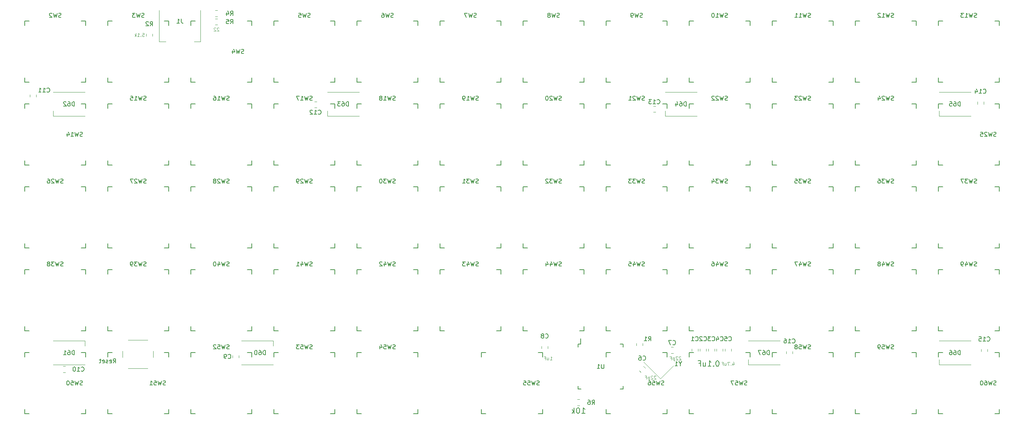
<source format=gbr>
G04 #@! TF.GenerationSoftware,KiCad,Pcbnew,5.1.1*
G04 #@! TF.CreationDate,2019-04-22T18:18:19+02:00*
G04 #@! TF.ProjectId,pcb,7063622e-6b69-4636-9164-5f7063625858,rev?*
G04 #@! TF.SameCoordinates,Original*
G04 #@! TF.FileFunction,Legend,Bot*
G04 #@! TF.FilePolarity,Positive*
%FSLAX46Y46*%
G04 Gerber Fmt 4.6, Leading zero omitted, Abs format (unit mm)*
G04 Created by KiCad (PCBNEW 5.1.1) date 2019-04-22 18:18:19*
%MOMM*%
%LPD*%
G04 APERTURE LIST*
%ADD10C,0.120000*%
%ADD11C,0.150000*%
G04 APERTURE END LIST*
D10*
X207212000Y-108260248D02*
X207212000Y-108782752D01*
X205792000Y-108260248D02*
X205792000Y-108782752D01*
X251916000Y-107752248D02*
X251916000Y-108274752D01*
X250496000Y-107752248D02*
X250496000Y-108274752D01*
X251027000Y-50919748D02*
X251027000Y-51442252D01*
X249607000Y-50919748D02*
X249607000Y-51442252D01*
X175775252Y-53288000D02*
X175252748Y-53288000D01*
X175775252Y-51868000D02*
X175252748Y-51868000D01*
X98051252Y-52272000D02*
X97528748Y-52272000D01*
X98051252Y-50852000D02*
X97528748Y-50852000D01*
X33730000Y-49268748D02*
X33730000Y-49791252D01*
X32310000Y-49268748D02*
X32310000Y-49791252D01*
X39870748Y-111685000D02*
X40393252Y-111685000D01*
X39870748Y-113105000D02*
X40393252Y-113105000D01*
X78792000Y-109735252D02*
X78792000Y-109212748D01*
X80212000Y-109735252D02*
X80212000Y-109212748D01*
D11*
X240650000Y-84470000D02*
X240650000Y-83470000D01*
X241650000Y-84470000D02*
X240650000Y-84470000D01*
X240650000Y-70470000D02*
X241650000Y-70470000D01*
X240650000Y-71470000D02*
X240650000Y-70470000D01*
X254650000Y-70470000D02*
X254650000Y-71470000D01*
X253650000Y-70470000D02*
X254650000Y-70470000D01*
X254650000Y-84470000D02*
X253650000Y-84470000D01*
X254650000Y-83470000D02*
X254650000Y-84470000D01*
X240650000Y-122570000D02*
X240650000Y-121570000D01*
X241650000Y-122570000D02*
X240650000Y-122570000D01*
X240650000Y-108570000D02*
X241650000Y-108570000D01*
X240650000Y-109570000D02*
X240650000Y-108570000D01*
X254650000Y-108570000D02*
X254650000Y-109570000D01*
X253650000Y-108570000D02*
X254650000Y-108570000D01*
X254650000Y-122570000D02*
X253650000Y-122570000D01*
X254650000Y-121570000D02*
X254650000Y-122570000D01*
X221600000Y-122570000D02*
X221600000Y-121570000D01*
X222600000Y-122570000D02*
X221600000Y-122570000D01*
X221600000Y-108570000D02*
X222600000Y-108570000D01*
X221600000Y-109570000D02*
X221600000Y-108570000D01*
X235600000Y-108570000D02*
X235600000Y-109570000D01*
X234600000Y-108570000D02*
X235600000Y-108570000D01*
X235600000Y-122570000D02*
X234600000Y-122570000D01*
X235600000Y-121570000D02*
X235600000Y-122570000D01*
X202550000Y-122570000D02*
X202550000Y-121570000D01*
X203550000Y-122570000D02*
X202550000Y-122570000D01*
X202550000Y-108570000D02*
X203550000Y-108570000D01*
X202550000Y-109570000D02*
X202550000Y-108570000D01*
X216550000Y-108570000D02*
X216550000Y-109570000D01*
X215550000Y-108570000D02*
X216550000Y-108570000D01*
X216550000Y-122570000D02*
X215550000Y-122570000D01*
X216550000Y-121570000D02*
X216550000Y-122570000D01*
X183500000Y-122570000D02*
X183500000Y-121570000D01*
X184500000Y-122570000D02*
X183500000Y-122570000D01*
X183500000Y-108570000D02*
X184500000Y-108570000D01*
X183500000Y-109570000D02*
X183500000Y-108570000D01*
X197500000Y-108570000D02*
X197500000Y-109570000D01*
X196500000Y-108570000D02*
X197500000Y-108570000D01*
X197500000Y-122570000D02*
X196500000Y-122570000D01*
X197500000Y-121570000D02*
X197500000Y-122570000D01*
X164450000Y-122570000D02*
X164450000Y-121570000D01*
X165450000Y-122570000D02*
X164450000Y-122570000D01*
X164450000Y-108570000D02*
X165450000Y-108570000D01*
X164450000Y-109570000D02*
X164450000Y-108570000D01*
X178450000Y-108570000D02*
X178450000Y-109570000D01*
X177450000Y-108570000D02*
X178450000Y-108570000D01*
X178450000Y-122570000D02*
X177450000Y-122570000D01*
X178450000Y-121570000D02*
X178450000Y-122570000D01*
X135875000Y-122570000D02*
X135875000Y-121570000D01*
X136875000Y-122570000D02*
X135875000Y-122570000D01*
X135875000Y-108570000D02*
X136875000Y-108570000D01*
X135875000Y-109570000D02*
X135875000Y-108570000D01*
X149875000Y-108570000D02*
X149875000Y-109570000D01*
X148875000Y-108570000D02*
X149875000Y-108570000D01*
X149875000Y-122570000D02*
X148875000Y-122570000D01*
X149875000Y-121570000D02*
X149875000Y-122570000D01*
X107300000Y-122570000D02*
X107300000Y-121570000D01*
X108300000Y-122570000D02*
X107300000Y-122570000D01*
X107300000Y-108570000D02*
X108300000Y-108570000D01*
X107300000Y-109570000D02*
X107300000Y-108570000D01*
X121300000Y-108570000D02*
X121300000Y-109570000D01*
X120300000Y-108570000D02*
X121300000Y-108570000D01*
X121300000Y-122570000D02*
X120300000Y-122570000D01*
X121300000Y-121570000D02*
X121300000Y-122570000D01*
X88250000Y-122570000D02*
X88250000Y-121570000D01*
X89250000Y-122570000D02*
X88250000Y-122570000D01*
X88250000Y-108570000D02*
X89250000Y-108570000D01*
X88250000Y-109570000D02*
X88250000Y-108570000D01*
X102250000Y-108570000D02*
X102250000Y-109570000D01*
X101250000Y-108570000D02*
X102250000Y-108570000D01*
X102250000Y-122570000D02*
X101250000Y-122570000D01*
X102250000Y-121570000D02*
X102250000Y-122570000D01*
X69200000Y-122570000D02*
X69200000Y-121570000D01*
X70200000Y-122570000D02*
X69200000Y-122570000D01*
X69200000Y-108570000D02*
X70200000Y-108570000D01*
X69200000Y-109570000D02*
X69200000Y-108570000D01*
X83200000Y-108570000D02*
X83200000Y-109570000D01*
X82200000Y-108570000D02*
X83200000Y-108570000D01*
X83200000Y-122570000D02*
X82200000Y-122570000D01*
X83200000Y-121570000D02*
X83200000Y-122570000D01*
X50150000Y-122570000D02*
X50150000Y-121570000D01*
X51150000Y-122570000D02*
X50150000Y-122570000D01*
X50150000Y-108570000D02*
X51150000Y-108570000D01*
X50150000Y-109570000D02*
X50150000Y-108570000D01*
X64150000Y-108570000D02*
X64150000Y-109570000D01*
X63150000Y-108570000D02*
X64150000Y-108570000D01*
X64150000Y-122570000D02*
X63150000Y-122570000D01*
X64150000Y-121570000D02*
X64150000Y-122570000D01*
X31100000Y-122570000D02*
X31100000Y-121570000D01*
X32100000Y-122570000D02*
X31100000Y-122570000D01*
X31100000Y-108570000D02*
X32100000Y-108570000D01*
X31100000Y-109570000D02*
X31100000Y-108570000D01*
X45100000Y-108570000D02*
X45100000Y-109570000D01*
X44100000Y-108570000D02*
X45100000Y-108570000D01*
X45100000Y-122570000D02*
X44100000Y-122570000D01*
X45100000Y-121570000D02*
X45100000Y-122570000D01*
X240650000Y-103520000D02*
X240650000Y-102520000D01*
X241650000Y-103520000D02*
X240650000Y-103520000D01*
X240650000Y-89520000D02*
X241650000Y-89520000D01*
X240650000Y-90520000D02*
X240650000Y-89520000D01*
X254650000Y-89520000D02*
X254650000Y-90520000D01*
X253650000Y-89520000D02*
X254650000Y-89520000D01*
X254650000Y-103520000D02*
X253650000Y-103520000D01*
X254650000Y-102520000D02*
X254650000Y-103520000D01*
X221600000Y-103520000D02*
X221600000Y-102520000D01*
X222600000Y-103520000D02*
X221600000Y-103520000D01*
X221600000Y-89520000D02*
X222600000Y-89520000D01*
X221600000Y-90520000D02*
X221600000Y-89520000D01*
X235600000Y-89520000D02*
X235600000Y-90520000D01*
X234600000Y-89520000D02*
X235600000Y-89520000D01*
X235600000Y-103520000D02*
X234600000Y-103520000D01*
X235600000Y-102520000D02*
X235600000Y-103520000D01*
X202550000Y-103520000D02*
X202550000Y-102520000D01*
X203550000Y-103520000D02*
X202550000Y-103520000D01*
X202550000Y-89520000D02*
X203550000Y-89520000D01*
X202550000Y-90520000D02*
X202550000Y-89520000D01*
X216550000Y-89520000D02*
X216550000Y-90520000D01*
X215550000Y-89520000D02*
X216550000Y-89520000D01*
X216550000Y-103520000D02*
X215550000Y-103520000D01*
X216550000Y-102520000D02*
X216550000Y-103520000D01*
X183500000Y-103520000D02*
X183500000Y-102520000D01*
X184500000Y-103520000D02*
X183500000Y-103520000D01*
X183500000Y-89520000D02*
X184500000Y-89520000D01*
X183500000Y-90520000D02*
X183500000Y-89520000D01*
X197500000Y-89520000D02*
X197500000Y-90520000D01*
X196500000Y-89520000D02*
X197500000Y-89520000D01*
X197500000Y-103520000D02*
X196500000Y-103520000D01*
X197500000Y-102520000D02*
X197500000Y-103520000D01*
X164450000Y-103520000D02*
X164450000Y-102520000D01*
X165450000Y-103520000D02*
X164450000Y-103520000D01*
X164450000Y-89520000D02*
X165450000Y-89520000D01*
X164450000Y-90520000D02*
X164450000Y-89520000D01*
X178450000Y-89520000D02*
X178450000Y-90520000D01*
X177450000Y-89520000D02*
X178450000Y-89520000D01*
X178450000Y-103520000D02*
X177450000Y-103520000D01*
X178450000Y-102520000D02*
X178450000Y-103520000D01*
X145400000Y-103520000D02*
X145400000Y-102520000D01*
X146400000Y-103520000D02*
X145400000Y-103520000D01*
X145400000Y-89520000D02*
X146400000Y-89520000D01*
X145400000Y-90520000D02*
X145400000Y-89520000D01*
X159400000Y-89520000D02*
X159400000Y-90520000D01*
X158400000Y-89520000D02*
X159400000Y-89520000D01*
X159400000Y-103520000D02*
X158400000Y-103520000D01*
X159400000Y-102520000D02*
X159400000Y-103520000D01*
X126350000Y-103520000D02*
X126350000Y-102520000D01*
X127350000Y-103520000D02*
X126350000Y-103520000D01*
X126350000Y-89520000D02*
X127350000Y-89520000D01*
X126350000Y-90520000D02*
X126350000Y-89520000D01*
X140350000Y-89520000D02*
X140350000Y-90520000D01*
X139350000Y-89520000D02*
X140350000Y-89520000D01*
X140350000Y-103520000D02*
X139350000Y-103520000D01*
X140350000Y-102520000D02*
X140350000Y-103520000D01*
X107300000Y-103520000D02*
X107300000Y-102520000D01*
X108300000Y-103520000D02*
X107300000Y-103520000D01*
X107300000Y-89520000D02*
X108300000Y-89520000D01*
X107300000Y-90520000D02*
X107300000Y-89520000D01*
X121300000Y-89520000D02*
X121300000Y-90520000D01*
X120300000Y-89520000D02*
X121300000Y-89520000D01*
X121300000Y-103520000D02*
X120300000Y-103520000D01*
X121300000Y-102520000D02*
X121300000Y-103520000D01*
X88250000Y-103520000D02*
X88250000Y-102520000D01*
X89250000Y-103520000D02*
X88250000Y-103520000D01*
X88250000Y-89520000D02*
X89250000Y-89520000D01*
X88250000Y-90520000D02*
X88250000Y-89520000D01*
X102250000Y-89520000D02*
X102250000Y-90520000D01*
X101250000Y-89520000D02*
X102250000Y-89520000D01*
X102250000Y-103520000D02*
X101250000Y-103520000D01*
X102250000Y-102520000D02*
X102250000Y-103520000D01*
X69200000Y-103520000D02*
X69200000Y-102520000D01*
X70200000Y-103520000D02*
X69200000Y-103520000D01*
X69200000Y-89520000D02*
X70200000Y-89520000D01*
X69200000Y-90520000D02*
X69200000Y-89520000D01*
X83200000Y-89520000D02*
X83200000Y-90520000D01*
X82200000Y-89520000D02*
X83200000Y-89520000D01*
X83200000Y-103520000D02*
X82200000Y-103520000D01*
X83200000Y-102520000D02*
X83200000Y-103520000D01*
X50150000Y-103520000D02*
X50150000Y-102520000D01*
X51150000Y-103520000D02*
X50150000Y-103520000D01*
X50150000Y-89520000D02*
X51150000Y-89520000D01*
X50150000Y-90520000D02*
X50150000Y-89520000D01*
X64150000Y-89520000D02*
X64150000Y-90520000D01*
X63150000Y-89520000D02*
X64150000Y-89520000D01*
X64150000Y-103520000D02*
X63150000Y-103520000D01*
X64150000Y-102520000D02*
X64150000Y-103520000D01*
X31100000Y-103520000D02*
X31100000Y-102520000D01*
X32100000Y-103520000D02*
X31100000Y-103520000D01*
X31100000Y-89520000D02*
X32100000Y-89520000D01*
X31100000Y-90520000D02*
X31100000Y-89520000D01*
X45100000Y-89520000D02*
X45100000Y-90520000D01*
X44100000Y-89520000D02*
X45100000Y-89520000D01*
X45100000Y-103520000D02*
X44100000Y-103520000D01*
X45100000Y-102520000D02*
X45100000Y-103520000D01*
X221600000Y-84470000D02*
X221600000Y-83470000D01*
X222600000Y-84470000D02*
X221600000Y-84470000D01*
X221600000Y-70470000D02*
X222600000Y-70470000D01*
X221600000Y-71470000D02*
X221600000Y-70470000D01*
X235600000Y-70470000D02*
X235600000Y-71470000D01*
X234600000Y-70470000D02*
X235600000Y-70470000D01*
X235600000Y-84470000D02*
X234600000Y-84470000D01*
X235600000Y-83470000D02*
X235600000Y-84470000D01*
X202550000Y-84470000D02*
X202550000Y-83470000D01*
X203550000Y-84470000D02*
X202550000Y-84470000D01*
X202550000Y-70470000D02*
X203550000Y-70470000D01*
X202550000Y-71470000D02*
X202550000Y-70470000D01*
X216550000Y-70470000D02*
X216550000Y-71470000D01*
X215550000Y-70470000D02*
X216550000Y-70470000D01*
X216550000Y-84470000D02*
X215550000Y-84470000D01*
X216550000Y-83470000D02*
X216550000Y-84470000D01*
X183500000Y-84470000D02*
X183500000Y-83470000D01*
X184500000Y-84470000D02*
X183500000Y-84470000D01*
X183500000Y-70470000D02*
X184500000Y-70470000D01*
X183500000Y-71470000D02*
X183500000Y-70470000D01*
X197500000Y-70470000D02*
X197500000Y-71470000D01*
X196500000Y-70470000D02*
X197500000Y-70470000D01*
X197500000Y-84470000D02*
X196500000Y-84470000D01*
X197500000Y-83470000D02*
X197500000Y-84470000D01*
X164450000Y-84470000D02*
X164450000Y-83470000D01*
X165450000Y-84470000D02*
X164450000Y-84470000D01*
X164450000Y-70470000D02*
X165450000Y-70470000D01*
X164450000Y-71470000D02*
X164450000Y-70470000D01*
X178450000Y-70470000D02*
X178450000Y-71470000D01*
X177450000Y-70470000D02*
X178450000Y-70470000D01*
X178450000Y-84470000D02*
X177450000Y-84470000D01*
X178450000Y-83470000D02*
X178450000Y-84470000D01*
X145400000Y-84470000D02*
X145400000Y-83470000D01*
X146400000Y-84470000D02*
X145400000Y-84470000D01*
X145400000Y-70470000D02*
X146400000Y-70470000D01*
X145400000Y-71470000D02*
X145400000Y-70470000D01*
X159400000Y-70470000D02*
X159400000Y-71470000D01*
X158400000Y-70470000D02*
X159400000Y-70470000D01*
X159400000Y-84470000D02*
X158400000Y-84470000D01*
X159400000Y-83470000D02*
X159400000Y-84470000D01*
X126350000Y-84470000D02*
X126350000Y-83470000D01*
X127350000Y-84470000D02*
X126350000Y-84470000D01*
X126350000Y-70470000D02*
X127350000Y-70470000D01*
X126350000Y-71470000D02*
X126350000Y-70470000D01*
X140350000Y-70470000D02*
X140350000Y-71470000D01*
X139350000Y-70470000D02*
X140350000Y-70470000D01*
X140350000Y-84470000D02*
X139350000Y-84470000D01*
X140350000Y-83470000D02*
X140350000Y-84470000D01*
X107300000Y-84470000D02*
X107300000Y-83470000D01*
X108300000Y-84470000D02*
X107300000Y-84470000D01*
X107300000Y-70470000D02*
X108300000Y-70470000D01*
X107300000Y-71470000D02*
X107300000Y-70470000D01*
X121300000Y-70470000D02*
X121300000Y-71470000D01*
X120300000Y-70470000D02*
X121300000Y-70470000D01*
X121300000Y-84470000D02*
X120300000Y-84470000D01*
X121300000Y-83470000D02*
X121300000Y-84470000D01*
X88250000Y-84470000D02*
X88250000Y-83470000D01*
X89250000Y-84470000D02*
X88250000Y-84470000D01*
X88250000Y-70470000D02*
X89250000Y-70470000D01*
X88250000Y-71470000D02*
X88250000Y-70470000D01*
X102250000Y-70470000D02*
X102250000Y-71470000D01*
X101250000Y-70470000D02*
X102250000Y-70470000D01*
X102250000Y-84470000D02*
X101250000Y-84470000D01*
X102250000Y-83470000D02*
X102250000Y-84470000D01*
X69200000Y-84470000D02*
X69200000Y-83470000D01*
X70200000Y-84470000D02*
X69200000Y-84470000D01*
X69200000Y-70470000D02*
X70200000Y-70470000D01*
X69200000Y-71470000D02*
X69200000Y-70470000D01*
X83200000Y-70470000D02*
X83200000Y-71470000D01*
X82200000Y-70470000D02*
X83200000Y-70470000D01*
X83200000Y-84470000D02*
X82200000Y-84470000D01*
X83200000Y-83470000D02*
X83200000Y-84470000D01*
X50150000Y-84470000D02*
X50150000Y-83470000D01*
X51150000Y-84470000D02*
X50150000Y-84470000D01*
X50150000Y-70470000D02*
X51150000Y-70470000D01*
X50150000Y-71470000D02*
X50150000Y-70470000D01*
X64150000Y-70470000D02*
X64150000Y-71470000D01*
X63150000Y-70470000D02*
X64150000Y-70470000D01*
X64150000Y-84470000D02*
X63150000Y-84470000D01*
X64150000Y-83470000D02*
X64150000Y-84470000D01*
X31100000Y-84470000D02*
X31100000Y-83470000D01*
X32100000Y-84470000D02*
X31100000Y-84470000D01*
X31100000Y-70470000D02*
X32100000Y-70470000D01*
X31100000Y-71470000D02*
X31100000Y-70470000D01*
X45100000Y-70470000D02*
X45100000Y-71470000D01*
X44100000Y-70470000D02*
X45100000Y-70470000D01*
X45100000Y-84470000D02*
X44100000Y-84470000D01*
X45100000Y-83470000D02*
X45100000Y-84470000D01*
X240650000Y-65420000D02*
X240650000Y-64420000D01*
X241650000Y-65420000D02*
X240650000Y-65420000D01*
X240650000Y-51420000D02*
X241650000Y-51420000D01*
X240650000Y-52420000D02*
X240650000Y-51420000D01*
X254650000Y-51420000D02*
X254650000Y-52420000D01*
X253650000Y-51420000D02*
X254650000Y-51420000D01*
X254650000Y-65420000D02*
X253650000Y-65420000D01*
X254650000Y-64420000D02*
X254650000Y-65420000D01*
X221600000Y-65420000D02*
X221600000Y-64420000D01*
X222600000Y-65420000D02*
X221600000Y-65420000D01*
X221600000Y-51420000D02*
X222600000Y-51420000D01*
X221600000Y-52420000D02*
X221600000Y-51420000D01*
X235600000Y-51420000D02*
X235600000Y-52420000D01*
X234600000Y-51420000D02*
X235600000Y-51420000D01*
X235600000Y-65420000D02*
X234600000Y-65420000D01*
X235600000Y-64420000D02*
X235600000Y-65420000D01*
X202550000Y-65420000D02*
X202550000Y-64420000D01*
X203550000Y-65420000D02*
X202550000Y-65420000D01*
X202550000Y-51420000D02*
X203550000Y-51420000D01*
X202550000Y-52420000D02*
X202550000Y-51420000D01*
X216550000Y-51420000D02*
X216550000Y-52420000D01*
X215550000Y-51420000D02*
X216550000Y-51420000D01*
X216550000Y-65420000D02*
X215550000Y-65420000D01*
X216550000Y-64420000D02*
X216550000Y-65420000D01*
X183500000Y-65420000D02*
X183500000Y-64420000D01*
X184500000Y-65420000D02*
X183500000Y-65420000D01*
X183500000Y-51420000D02*
X184500000Y-51420000D01*
X183500000Y-52420000D02*
X183500000Y-51420000D01*
X197500000Y-51420000D02*
X197500000Y-52420000D01*
X196500000Y-51420000D02*
X197500000Y-51420000D01*
X197500000Y-65420000D02*
X196500000Y-65420000D01*
X197500000Y-64420000D02*
X197500000Y-65420000D01*
X164450000Y-65420000D02*
X164450000Y-64420000D01*
X165450000Y-65420000D02*
X164450000Y-65420000D01*
X164450000Y-51420000D02*
X165450000Y-51420000D01*
X164450000Y-52420000D02*
X164450000Y-51420000D01*
X178450000Y-51420000D02*
X178450000Y-52420000D01*
X177450000Y-51420000D02*
X178450000Y-51420000D01*
X178450000Y-65420000D02*
X177450000Y-65420000D01*
X178450000Y-64420000D02*
X178450000Y-65420000D01*
X145400000Y-65420000D02*
X145400000Y-64420000D01*
X146400000Y-65420000D02*
X145400000Y-65420000D01*
X145400000Y-51420000D02*
X146400000Y-51420000D01*
X145400000Y-52420000D02*
X145400000Y-51420000D01*
X159400000Y-51420000D02*
X159400000Y-52420000D01*
X158400000Y-51420000D02*
X159400000Y-51420000D01*
X159400000Y-65420000D02*
X158400000Y-65420000D01*
X159400000Y-64420000D02*
X159400000Y-65420000D01*
X126350000Y-65420000D02*
X126350000Y-64420000D01*
X127350000Y-65420000D02*
X126350000Y-65420000D01*
X126350000Y-51420000D02*
X127350000Y-51420000D01*
X126350000Y-52420000D02*
X126350000Y-51420000D01*
X140350000Y-51420000D02*
X140350000Y-52420000D01*
X139350000Y-51420000D02*
X140350000Y-51420000D01*
X140350000Y-65420000D02*
X139350000Y-65420000D01*
X140350000Y-64420000D02*
X140350000Y-65420000D01*
X107300000Y-65420000D02*
X107300000Y-64420000D01*
X108300000Y-65420000D02*
X107300000Y-65420000D01*
X107300000Y-51420000D02*
X108300000Y-51420000D01*
X107300000Y-52420000D02*
X107300000Y-51420000D01*
X121300000Y-51420000D02*
X121300000Y-52420000D01*
X120300000Y-51420000D02*
X121300000Y-51420000D01*
X121300000Y-65420000D02*
X120300000Y-65420000D01*
X121300000Y-64420000D02*
X121300000Y-65420000D01*
X88250000Y-65420000D02*
X88250000Y-64420000D01*
X89250000Y-65420000D02*
X88250000Y-65420000D01*
X88250000Y-51420000D02*
X89250000Y-51420000D01*
X88250000Y-52420000D02*
X88250000Y-51420000D01*
X102250000Y-51420000D02*
X102250000Y-52420000D01*
X101250000Y-51420000D02*
X102250000Y-51420000D01*
X102250000Y-65420000D02*
X101250000Y-65420000D01*
X102250000Y-64420000D02*
X102250000Y-65420000D01*
X69200000Y-65420000D02*
X69200000Y-64420000D01*
X70200000Y-65420000D02*
X69200000Y-65420000D01*
X69200000Y-51420000D02*
X70200000Y-51420000D01*
X69200000Y-52420000D02*
X69200000Y-51420000D01*
X83200000Y-51420000D02*
X83200000Y-52420000D01*
X82200000Y-51420000D02*
X83200000Y-51420000D01*
X83200000Y-65420000D02*
X82200000Y-65420000D01*
X83200000Y-64420000D02*
X83200000Y-65420000D01*
X50150000Y-65420000D02*
X50150000Y-64420000D01*
X51150000Y-65420000D02*
X50150000Y-65420000D01*
X50150000Y-51420000D02*
X51150000Y-51420000D01*
X50150000Y-52420000D02*
X50150000Y-51420000D01*
X64150000Y-51420000D02*
X64150000Y-52420000D01*
X63150000Y-51420000D02*
X64150000Y-51420000D01*
X64150000Y-65420000D02*
X63150000Y-65420000D01*
X64150000Y-64420000D02*
X64150000Y-65420000D01*
X31100000Y-65420000D02*
X31100000Y-64420000D01*
X32100000Y-65420000D02*
X31100000Y-65420000D01*
X31100000Y-51420000D02*
X32100000Y-51420000D01*
X31100000Y-52420000D02*
X31100000Y-51420000D01*
X45100000Y-51420000D02*
X45100000Y-52420000D01*
X44100000Y-51420000D02*
X45100000Y-51420000D01*
X45100000Y-65420000D02*
X44100000Y-65420000D01*
X45100000Y-64420000D02*
X45100000Y-65420000D01*
X240650000Y-46370000D02*
X240650000Y-45370000D01*
X241650000Y-46370000D02*
X240650000Y-46370000D01*
X240650000Y-32370000D02*
X241650000Y-32370000D01*
X240650000Y-33370000D02*
X240650000Y-32370000D01*
X254650000Y-32370000D02*
X254650000Y-33370000D01*
X253650000Y-32370000D02*
X254650000Y-32370000D01*
X254650000Y-46370000D02*
X253650000Y-46370000D01*
X254650000Y-45370000D02*
X254650000Y-46370000D01*
X221600000Y-46370000D02*
X221600000Y-45370000D01*
X222600000Y-46370000D02*
X221600000Y-46370000D01*
X221600000Y-32370000D02*
X222600000Y-32370000D01*
X221600000Y-33370000D02*
X221600000Y-32370000D01*
X235600000Y-32370000D02*
X235600000Y-33370000D01*
X234600000Y-32370000D02*
X235600000Y-32370000D01*
X235600000Y-46370000D02*
X234600000Y-46370000D01*
X235600000Y-45370000D02*
X235600000Y-46370000D01*
X202550000Y-46370000D02*
X202550000Y-45370000D01*
X203550000Y-46370000D02*
X202550000Y-46370000D01*
X202550000Y-32370000D02*
X203550000Y-32370000D01*
X202550000Y-33370000D02*
X202550000Y-32370000D01*
X216550000Y-32370000D02*
X216550000Y-33370000D01*
X215550000Y-32370000D02*
X216550000Y-32370000D01*
X216550000Y-46370000D02*
X215550000Y-46370000D01*
X216550000Y-45370000D02*
X216550000Y-46370000D01*
X183500000Y-46370000D02*
X183500000Y-45370000D01*
X184500000Y-46370000D02*
X183500000Y-46370000D01*
X183500000Y-32370000D02*
X184500000Y-32370000D01*
X183500000Y-33370000D02*
X183500000Y-32370000D01*
X197500000Y-32370000D02*
X197500000Y-33370000D01*
X196500000Y-32370000D02*
X197500000Y-32370000D01*
X197500000Y-46370000D02*
X196500000Y-46370000D01*
X197500000Y-45370000D02*
X197500000Y-46370000D01*
X164450000Y-46370000D02*
X164450000Y-45370000D01*
X165450000Y-46370000D02*
X164450000Y-46370000D01*
X164450000Y-32370000D02*
X165450000Y-32370000D01*
X164450000Y-33370000D02*
X164450000Y-32370000D01*
X178450000Y-32370000D02*
X178450000Y-33370000D01*
X177450000Y-32370000D02*
X178450000Y-32370000D01*
X178450000Y-46370000D02*
X177450000Y-46370000D01*
X178450000Y-45370000D02*
X178450000Y-46370000D01*
X145400000Y-46370000D02*
X145400000Y-45370000D01*
X146400000Y-46370000D02*
X145400000Y-46370000D01*
X145400000Y-32370000D02*
X146400000Y-32370000D01*
X145400000Y-33370000D02*
X145400000Y-32370000D01*
X159400000Y-32370000D02*
X159400000Y-33370000D01*
X158400000Y-32370000D02*
X159400000Y-32370000D01*
X159400000Y-46370000D02*
X158400000Y-46370000D01*
X159400000Y-45370000D02*
X159400000Y-46370000D01*
X126350000Y-46370000D02*
X126350000Y-45370000D01*
X127350000Y-46370000D02*
X126350000Y-46370000D01*
X126350000Y-32370000D02*
X127350000Y-32370000D01*
X126350000Y-33370000D02*
X126350000Y-32370000D01*
X140350000Y-32370000D02*
X140350000Y-33370000D01*
X139350000Y-32370000D02*
X140350000Y-32370000D01*
X140350000Y-46370000D02*
X139350000Y-46370000D01*
X140350000Y-45370000D02*
X140350000Y-46370000D01*
X107300000Y-46370000D02*
X107300000Y-45370000D01*
X108300000Y-46370000D02*
X107300000Y-46370000D01*
X107300000Y-32370000D02*
X108300000Y-32370000D01*
X107300000Y-33370000D02*
X107300000Y-32370000D01*
X121300000Y-32370000D02*
X121300000Y-33370000D01*
X120300000Y-32370000D02*
X121300000Y-32370000D01*
X121300000Y-46370000D02*
X120300000Y-46370000D01*
X121300000Y-45370000D02*
X121300000Y-46370000D01*
X88250000Y-46370000D02*
X88250000Y-45370000D01*
X89250000Y-46370000D02*
X88250000Y-46370000D01*
X88250000Y-32370000D02*
X89250000Y-32370000D01*
X88250000Y-33370000D02*
X88250000Y-32370000D01*
X102250000Y-32370000D02*
X102250000Y-33370000D01*
X101250000Y-32370000D02*
X102250000Y-32370000D01*
X102250000Y-46370000D02*
X101250000Y-46370000D01*
X102250000Y-45370000D02*
X102250000Y-46370000D01*
X69200000Y-46370000D02*
X69200000Y-45370000D01*
X70200000Y-46370000D02*
X69200000Y-46370000D01*
X69200000Y-32370000D02*
X70200000Y-32370000D01*
X69200000Y-33370000D02*
X69200000Y-32370000D01*
X83200000Y-32370000D02*
X83200000Y-33370000D01*
X82200000Y-32370000D02*
X83200000Y-32370000D01*
X83200000Y-46370000D02*
X82200000Y-46370000D01*
X83200000Y-45370000D02*
X83200000Y-46370000D01*
X50150000Y-46370000D02*
X50150000Y-45370000D01*
X51150000Y-46370000D02*
X50150000Y-46370000D01*
X50150000Y-32370000D02*
X51150000Y-32370000D01*
X50150000Y-33370000D02*
X50150000Y-32370000D01*
X64150000Y-32370000D02*
X64150000Y-33370000D01*
X63150000Y-32370000D02*
X64150000Y-32370000D01*
X64150000Y-46370000D02*
X63150000Y-46370000D01*
X64150000Y-45370000D02*
X64150000Y-46370000D01*
X31100000Y-46370000D02*
X31100000Y-45370000D01*
X32100000Y-46370000D02*
X31100000Y-46370000D01*
X31100000Y-32370000D02*
X32100000Y-32370000D01*
X31100000Y-33370000D02*
X31100000Y-32370000D01*
X45100000Y-32370000D02*
X45100000Y-33370000D01*
X44100000Y-32370000D02*
X45100000Y-32370000D01*
X45100000Y-46370000D02*
X44100000Y-46370000D01*
X45100000Y-45370000D02*
X45100000Y-46370000D01*
D10*
X53575000Y-109680000D02*
X53575000Y-108180000D01*
X54825000Y-105680000D02*
X59325000Y-105680000D01*
X60575000Y-108180000D02*
X60575000Y-109680000D01*
X59325000Y-112180000D02*
X54825000Y-112180000D01*
X176918909Y-114554468D02*
X173100532Y-110736091D01*
X179959468Y-111513909D02*
X176918909Y-114554468D01*
D11*
X158020000Y-106585000D02*
X158595000Y-106585000D01*
X158020000Y-116935000D02*
X158695000Y-116935000D01*
X168370000Y-116935000D02*
X167695000Y-116935000D01*
X168370000Y-106585000D02*
X167695000Y-106585000D01*
X158020000Y-106585000D02*
X158020000Y-107260000D01*
X168370000Y-106585000D02*
X168370000Y-107260000D01*
X168370000Y-116935000D02*
X168370000Y-116260000D01*
X158020000Y-116935000D02*
X158020000Y-116260000D01*
X158595000Y-106585000D02*
X158595000Y-105310000D01*
D10*
X157853748Y-119305000D02*
X158376252Y-119305000D01*
X157853748Y-120725000D02*
X158376252Y-120725000D01*
X75318252Y-33222000D02*
X74795748Y-33222000D01*
X75318252Y-31802000D02*
X74795748Y-31802000D01*
X75318252Y-31317000D02*
X74795748Y-31317000D01*
X75318252Y-29897000D02*
X74795748Y-29897000D01*
X60400000Y-35298748D02*
X60400000Y-35821252D01*
X58980000Y-35298748D02*
X58980000Y-35821252D01*
X172795000Y-106418748D02*
X172795000Y-106941252D01*
X171375000Y-106418748D02*
X171375000Y-106941252D01*
X61925000Y-37120000D02*
X63425000Y-37120000D01*
X61925000Y-37120000D02*
X61925000Y-29860000D01*
X71425000Y-37120000D02*
X71425000Y-29860000D01*
X69925000Y-37120000D02*
X71425000Y-37120000D01*
X197010000Y-111335000D02*
X197010000Y-110185000D01*
X204310000Y-111335000D02*
X197010000Y-111335000D01*
X204310000Y-105835000D02*
X197010000Y-105835000D01*
X240825000Y-111335000D02*
X240825000Y-110185000D01*
X248125000Y-111335000D02*
X240825000Y-111335000D01*
X248125000Y-105835000D02*
X240825000Y-105835000D01*
X240825000Y-54185000D02*
X240825000Y-53035000D01*
X248125000Y-54185000D02*
X240825000Y-54185000D01*
X248125000Y-48685000D02*
X240825000Y-48685000D01*
X177960000Y-54185000D02*
X177960000Y-53035000D01*
X185260000Y-54185000D02*
X177960000Y-54185000D01*
X185260000Y-48685000D02*
X177960000Y-48685000D01*
X100490000Y-54185000D02*
X100490000Y-53035000D01*
X107790000Y-54185000D02*
X100490000Y-54185000D01*
X107790000Y-48685000D02*
X100490000Y-48685000D01*
X37625000Y-54185000D02*
X37625000Y-53035000D01*
X44925000Y-54185000D02*
X37625000Y-54185000D01*
X44925000Y-48685000D02*
X37625000Y-48685000D01*
X44925000Y-105835000D02*
X44925000Y-106985000D01*
X37625000Y-105835000D02*
X44925000Y-105835000D01*
X37625000Y-111335000D02*
X44925000Y-111335000D01*
X88105000Y-105835000D02*
X88105000Y-106985000D01*
X80805000Y-105835000D02*
X88105000Y-105835000D01*
X80805000Y-111335000D02*
X88105000Y-111335000D01*
X151078000Y-107062748D02*
X151078000Y-107585252D01*
X149658000Y-107062748D02*
X149658000Y-107585252D01*
X179316748Y-107265400D02*
X179839252Y-107265400D01*
X179316748Y-108685400D02*
X179839252Y-108685400D01*
X173037313Y-111708221D02*
X173406779Y-112077687D01*
X172033221Y-112712313D02*
X172402687Y-113081779D01*
X193115000Y-107688748D02*
X193115000Y-108211252D01*
X191695000Y-107688748D02*
X191695000Y-108211252D01*
X191210000Y-107688748D02*
X191210000Y-108211252D01*
X189790000Y-107688748D02*
X189790000Y-108211252D01*
X189305000Y-107688748D02*
X189305000Y-108211252D01*
X187885000Y-107688748D02*
X187885000Y-108211252D01*
X187400000Y-107688748D02*
X187400000Y-108211252D01*
X185980000Y-107688748D02*
X185980000Y-108211252D01*
X185495000Y-107688748D02*
X185495000Y-108211252D01*
X184075000Y-107688748D02*
X184075000Y-108211252D01*
D11*
X207144857Y-106275142D02*
X207192476Y-106322761D01*
X207335333Y-106370380D01*
X207430571Y-106370380D01*
X207573428Y-106322761D01*
X207668666Y-106227523D01*
X207716285Y-106132285D01*
X207763904Y-105941809D01*
X207763904Y-105798952D01*
X207716285Y-105608476D01*
X207668666Y-105513238D01*
X207573428Y-105418000D01*
X207430571Y-105370380D01*
X207335333Y-105370380D01*
X207192476Y-105418000D01*
X207144857Y-105465619D01*
X206192476Y-106370380D02*
X206763904Y-106370380D01*
X206478190Y-106370380D02*
X206478190Y-105370380D01*
X206573428Y-105513238D01*
X206668666Y-105608476D01*
X206763904Y-105656095D01*
X205335333Y-105370380D02*
X205525809Y-105370380D01*
X205621047Y-105418000D01*
X205668666Y-105465619D01*
X205763904Y-105608476D01*
X205811523Y-105798952D01*
X205811523Y-106179904D01*
X205763904Y-106275142D01*
X205716285Y-106322761D01*
X205621047Y-106370380D01*
X205430571Y-106370380D01*
X205335333Y-106322761D01*
X205287714Y-106275142D01*
X205240095Y-106179904D01*
X205240095Y-105941809D01*
X205287714Y-105846571D01*
X205335333Y-105798952D01*
X205430571Y-105751333D01*
X205621047Y-105751333D01*
X205716285Y-105798952D01*
X205763904Y-105846571D01*
X205811523Y-105941809D01*
X251848857Y-105830642D02*
X251896476Y-105878261D01*
X252039333Y-105925880D01*
X252134571Y-105925880D01*
X252277428Y-105878261D01*
X252372666Y-105783023D01*
X252420285Y-105687785D01*
X252467904Y-105497309D01*
X252467904Y-105354452D01*
X252420285Y-105163976D01*
X252372666Y-105068738D01*
X252277428Y-104973500D01*
X252134571Y-104925880D01*
X252039333Y-104925880D01*
X251896476Y-104973500D01*
X251848857Y-105021119D01*
X250896476Y-105925880D02*
X251467904Y-105925880D01*
X251182190Y-105925880D02*
X251182190Y-104925880D01*
X251277428Y-105068738D01*
X251372666Y-105163976D01*
X251467904Y-105211595D01*
X249991714Y-104925880D02*
X250467904Y-104925880D01*
X250515523Y-105402071D01*
X250467904Y-105354452D01*
X250372666Y-105306833D01*
X250134571Y-105306833D01*
X250039333Y-105354452D01*
X249991714Y-105402071D01*
X249944095Y-105497309D01*
X249944095Y-105735404D01*
X249991714Y-105830642D01*
X250039333Y-105878261D01*
X250134571Y-105925880D01*
X250372666Y-105925880D01*
X250467904Y-105878261D01*
X250515523Y-105830642D01*
X250959857Y-48871142D02*
X251007476Y-48918761D01*
X251150333Y-48966380D01*
X251245571Y-48966380D01*
X251388428Y-48918761D01*
X251483666Y-48823523D01*
X251531285Y-48728285D01*
X251578904Y-48537809D01*
X251578904Y-48394952D01*
X251531285Y-48204476D01*
X251483666Y-48109238D01*
X251388428Y-48014000D01*
X251245571Y-47966380D01*
X251150333Y-47966380D01*
X251007476Y-48014000D01*
X250959857Y-48061619D01*
X250007476Y-48966380D02*
X250578904Y-48966380D01*
X250293190Y-48966380D02*
X250293190Y-47966380D01*
X250388428Y-48109238D01*
X250483666Y-48204476D01*
X250578904Y-48252095D01*
X249150333Y-48299714D02*
X249150333Y-48966380D01*
X249388428Y-47918761D02*
X249626523Y-48633047D01*
X249007476Y-48633047D01*
X176156857Y-51285142D02*
X176204476Y-51332761D01*
X176347333Y-51380380D01*
X176442571Y-51380380D01*
X176585428Y-51332761D01*
X176680666Y-51237523D01*
X176728285Y-51142285D01*
X176775904Y-50951809D01*
X176775904Y-50808952D01*
X176728285Y-50618476D01*
X176680666Y-50523238D01*
X176585428Y-50428000D01*
X176442571Y-50380380D01*
X176347333Y-50380380D01*
X176204476Y-50428000D01*
X176156857Y-50475619D01*
X175204476Y-51380380D02*
X175775904Y-51380380D01*
X175490190Y-51380380D02*
X175490190Y-50380380D01*
X175585428Y-50523238D01*
X175680666Y-50618476D01*
X175775904Y-50666095D01*
X174871142Y-50380380D02*
X174252095Y-50380380D01*
X174585428Y-50761333D01*
X174442571Y-50761333D01*
X174347333Y-50808952D01*
X174299714Y-50856571D01*
X174252095Y-50951809D01*
X174252095Y-51189904D01*
X174299714Y-51285142D01*
X174347333Y-51332761D01*
X174442571Y-51380380D01*
X174728285Y-51380380D01*
X174823523Y-51332761D01*
X174871142Y-51285142D01*
X98432857Y-53697142D02*
X98480476Y-53744761D01*
X98623333Y-53792380D01*
X98718571Y-53792380D01*
X98861428Y-53744761D01*
X98956666Y-53649523D01*
X99004285Y-53554285D01*
X99051904Y-53363809D01*
X99051904Y-53220952D01*
X99004285Y-53030476D01*
X98956666Y-52935238D01*
X98861428Y-52840000D01*
X98718571Y-52792380D01*
X98623333Y-52792380D01*
X98480476Y-52840000D01*
X98432857Y-52887619D01*
X97480476Y-53792380D02*
X98051904Y-53792380D01*
X97766190Y-53792380D02*
X97766190Y-52792380D01*
X97861428Y-52935238D01*
X97956666Y-53030476D01*
X98051904Y-53078095D01*
X97099523Y-52887619D02*
X97051904Y-52840000D01*
X96956666Y-52792380D01*
X96718571Y-52792380D01*
X96623333Y-52840000D01*
X96575714Y-52887619D01*
X96528095Y-52982857D01*
X96528095Y-53078095D01*
X96575714Y-53220952D01*
X97147142Y-53792380D01*
X96528095Y-53792380D01*
X36202857Y-48617142D02*
X36250476Y-48664761D01*
X36393333Y-48712380D01*
X36488571Y-48712380D01*
X36631428Y-48664761D01*
X36726666Y-48569523D01*
X36774285Y-48474285D01*
X36821904Y-48283809D01*
X36821904Y-48140952D01*
X36774285Y-47950476D01*
X36726666Y-47855238D01*
X36631428Y-47760000D01*
X36488571Y-47712380D01*
X36393333Y-47712380D01*
X36250476Y-47760000D01*
X36202857Y-47807619D01*
X35250476Y-48712380D02*
X35821904Y-48712380D01*
X35536190Y-48712380D02*
X35536190Y-47712380D01*
X35631428Y-47855238D01*
X35726666Y-47950476D01*
X35821904Y-47998095D01*
X34298095Y-48712380D02*
X34869523Y-48712380D01*
X34583809Y-48712380D02*
X34583809Y-47712380D01*
X34679047Y-47855238D01*
X34774285Y-47950476D01*
X34869523Y-47998095D01*
X44076857Y-112752142D02*
X44124476Y-112799761D01*
X44267333Y-112847380D01*
X44362571Y-112847380D01*
X44505428Y-112799761D01*
X44600666Y-112704523D01*
X44648285Y-112609285D01*
X44695904Y-112418809D01*
X44695904Y-112275952D01*
X44648285Y-112085476D01*
X44600666Y-111990238D01*
X44505428Y-111895000D01*
X44362571Y-111847380D01*
X44267333Y-111847380D01*
X44124476Y-111895000D01*
X44076857Y-111942619D01*
X43124476Y-112847380D02*
X43695904Y-112847380D01*
X43410190Y-112847380D02*
X43410190Y-111847380D01*
X43505428Y-111990238D01*
X43600666Y-112085476D01*
X43695904Y-112133095D01*
X42505428Y-111847380D02*
X42410190Y-111847380D01*
X42314952Y-111895000D01*
X42267333Y-111942619D01*
X42219714Y-112037857D01*
X42172095Y-112228333D01*
X42172095Y-112466428D01*
X42219714Y-112656904D01*
X42267333Y-112752142D01*
X42314952Y-112799761D01*
X42410190Y-112847380D01*
X42505428Y-112847380D01*
X42600666Y-112799761D01*
X42648285Y-112752142D01*
X42695904Y-112656904D01*
X42743523Y-112466428D01*
X42743523Y-112228333D01*
X42695904Y-112037857D01*
X42648285Y-111942619D01*
X42600666Y-111895000D01*
X42505428Y-111847380D01*
X77763666Y-109831142D02*
X77811285Y-109878761D01*
X77954142Y-109926380D01*
X78049380Y-109926380D01*
X78192238Y-109878761D01*
X78287476Y-109783523D01*
X78335095Y-109688285D01*
X78382714Y-109497809D01*
X78382714Y-109354952D01*
X78335095Y-109164476D01*
X78287476Y-109069238D01*
X78192238Y-108974000D01*
X78049380Y-108926380D01*
X77954142Y-108926380D01*
X77811285Y-108974000D01*
X77763666Y-109021619D01*
X77287476Y-109926380D02*
X77097000Y-109926380D01*
X77001761Y-109878761D01*
X76954142Y-109831142D01*
X76858904Y-109688285D01*
X76811285Y-109497809D01*
X76811285Y-109116857D01*
X76858904Y-109021619D01*
X76906523Y-108974000D01*
X77001761Y-108926380D01*
X77192238Y-108926380D01*
X77287476Y-108974000D01*
X77335095Y-109021619D01*
X77382714Y-109116857D01*
X77382714Y-109354952D01*
X77335095Y-109450190D01*
X77287476Y-109497809D01*
X77192238Y-109545428D01*
X77001761Y-109545428D01*
X76906523Y-109497809D01*
X76858904Y-109450190D01*
X76811285Y-109354952D01*
X249459523Y-69574761D02*
X249316666Y-69622380D01*
X249078571Y-69622380D01*
X248983333Y-69574761D01*
X248935714Y-69527142D01*
X248888095Y-69431904D01*
X248888095Y-69336666D01*
X248935714Y-69241428D01*
X248983333Y-69193809D01*
X249078571Y-69146190D01*
X249269047Y-69098571D01*
X249364285Y-69050952D01*
X249411904Y-69003333D01*
X249459523Y-68908095D01*
X249459523Y-68812857D01*
X249411904Y-68717619D01*
X249364285Y-68670000D01*
X249269047Y-68622380D01*
X249030952Y-68622380D01*
X248888095Y-68670000D01*
X248554761Y-68622380D02*
X248316666Y-69622380D01*
X248126190Y-68908095D01*
X247935714Y-69622380D01*
X247697619Y-68622380D01*
X247411904Y-68622380D02*
X246792857Y-68622380D01*
X247126190Y-69003333D01*
X246983333Y-69003333D01*
X246888095Y-69050952D01*
X246840476Y-69098571D01*
X246792857Y-69193809D01*
X246792857Y-69431904D01*
X246840476Y-69527142D01*
X246888095Y-69574761D01*
X246983333Y-69622380D01*
X247269047Y-69622380D01*
X247364285Y-69574761D01*
X247411904Y-69527142D01*
X246459523Y-68622380D02*
X245792857Y-68622380D01*
X246221428Y-69622380D01*
X253904523Y-115974761D02*
X253761666Y-116022380D01*
X253523571Y-116022380D01*
X253428333Y-115974761D01*
X253380714Y-115927142D01*
X253333095Y-115831904D01*
X253333095Y-115736666D01*
X253380714Y-115641428D01*
X253428333Y-115593809D01*
X253523571Y-115546190D01*
X253714047Y-115498571D01*
X253809285Y-115450952D01*
X253856904Y-115403333D01*
X253904523Y-115308095D01*
X253904523Y-115212857D01*
X253856904Y-115117619D01*
X253809285Y-115070000D01*
X253714047Y-115022380D01*
X253475952Y-115022380D01*
X253333095Y-115070000D01*
X252999761Y-115022380D02*
X252761666Y-116022380D01*
X252571190Y-115308095D01*
X252380714Y-116022380D01*
X252142619Y-115022380D01*
X251333095Y-115022380D02*
X251523571Y-115022380D01*
X251618809Y-115070000D01*
X251666428Y-115117619D01*
X251761666Y-115260476D01*
X251809285Y-115450952D01*
X251809285Y-115831904D01*
X251761666Y-115927142D01*
X251714047Y-115974761D01*
X251618809Y-116022380D01*
X251428333Y-116022380D01*
X251333095Y-115974761D01*
X251285476Y-115927142D01*
X251237857Y-115831904D01*
X251237857Y-115593809D01*
X251285476Y-115498571D01*
X251333095Y-115450952D01*
X251428333Y-115403333D01*
X251618809Y-115403333D01*
X251714047Y-115450952D01*
X251761666Y-115498571D01*
X251809285Y-115593809D01*
X250618809Y-115022380D02*
X250523571Y-115022380D01*
X250428333Y-115070000D01*
X250380714Y-115117619D01*
X250333095Y-115212857D01*
X250285476Y-115403333D01*
X250285476Y-115641428D01*
X250333095Y-115831904D01*
X250380714Y-115927142D01*
X250428333Y-115974761D01*
X250523571Y-116022380D01*
X250618809Y-116022380D01*
X250714047Y-115974761D01*
X250761666Y-115927142D01*
X250809285Y-115831904D01*
X250856904Y-115641428D01*
X250856904Y-115403333D01*
X250809285Y-115212857D01*
X250761666Y-115117619D01*
X250714047Y-115070000D01*
X250618809Y-115022380D01*
X230409523Y-107674761D02*
X230266666Y-107722380D01*
X230028571Y-107722380D01*
X229933333Y-107674761D01*
X229885714Y-107627142D01*
X229838095Y-107531904D01*
X229838095Y-107436666D01*
X229885714Y-107341428D01*
X229933333Y-107293809D01*
X230028571Y-107246190D01*
X230219047Y-107198571D01*
X230314285Y-107150952D01*
X230361904Y-107103333D01*
X230409523Y-107008095D01*
X230409523Y-106912857D01*
X230361904Y-106817619D01*
X230314285Y-106770000D01*
X230219047Y-106722380D01*
X229980952Y-106722380D01*
X229838095Y-106770000D01*
X229504761Y-106722380D02*
X229266666Y-107722380D01*
X229076190Y-107008095D01*
X228885714Y-107722380D01*
X228647619Y-106722380D01*
X227790476Y-106722380D02*
X228266666Y-106722380D01*
X228314285Y-107198571D01*
X228266666Y-107150952D01*
X228171428Y-107103333D01*
X227933333Y-107103333D01*
X227838095Y-107150952D01*
X227790476Y-107198571D01*
X227742857Y-107293809D01*
X227742857Y-107531904D01*
X227790476Y-107627142D01*
X227838095Y-107674761D01*
X227933333Y-107722380D01*
X228171428Y-107722380D01*
X228266666Y-107674761D01*
X228314285Y-107627142D01*
X227266666Y-107722380D02*
X227076190Y-107722380D01*
X226980952Y-107674761D01*
X226933333Y-107627142D01*
X226838095Y-107484285D01*
X226790476Y-107293809D01*
X226790476Y-106912857D01*
X226838095Y-106817619D01*
X226885714Y-106770000D01*
X226980952Y-106722380D01*
X227171428Y-106722380D01*
X227266666Y-106770000D01*
X227314285Y-106817619D01*
X227361904Y-106912857D01*
X227361904Y-107150952D01*
X227314285Y-107246190D01*
X227266666Y-107293809D01*
X227171428Y-107341428D01*
X226980952Y-107341428D01*
X226885714Y-107293809D01*
X226838095Y-107246190D01*
X226790476Y-107150952D01*
X211359523Y-107674761D02*
X211216666Y-107722380D01*
X210978571Y-107722380D01*
X210883333Y-107674761D01*
X210835714Y-107627142D01*
X210788095Y-107531904D01*
X210788095Y-107436666D01*
X210835714Y-107341428D01*
X210883333Y-107293809D01*
X210978571Y-107246190D01*
X211169047Y-107198571D01*
X211264285Y-107150952D01*
X211311904Y-107103333D01*
X211359523Y-107008095D01*
X211359523Y-106912857D01*
X211311904Y-106817619D01*
X211264285Y-106770000D01*
X211169047Y-106722380D01*
X210930952Y-106722380D01*
X210788095Y-106770000D01*
X210454761Y-106722380D02*
X210216666Y-107722380D01*
X210026190Y-107008095D01*
X209835714Y-107722380D01*
X209597619Y-106722380D01*
X208740476Y-106722380D02*
X209216666Y-106722380D01*
X209264285Y-107198571D01*
X209216666Y-107150952D01*
X209121428Y-107103333D01*
X208883333Y-107103333D01*
X208788095Y-107150952D01*
X208740476Y-107198571D01*
X208692857Y-107293809D01*
X208692857Y-107531904D01*
X208740476Y-107627142D01*
X208788095Y-107674761D01*
X208883333Y-107722380D01*
X209121428Y-107722380D01*
X209216666Y-107674761D01*
X209264285Y-107627142D01*
X208121428Y-107150952D02*
X208216666Y-107103333D01*
X208264285Y-107055714D01*
X208311904Y-106960476D01*
X208311904Y-106912857D01*
X208264285Y-106817619D01*
X208216666Y-106770000D01*
X208121428Y-106722380D01*
X207930952Y-106722380D01*
X207835714Y-106770000D01*
X207788095Y-106817619D01*
X207740476Y-106912857D01*
X207740476Y-106960476D01*
X207788095Y-107055714D01*
X207835714Y-107103333D01*
X207930952Y-107150952D01*
X208121428Y-107150952D01*
X208216666Y-107198571D01*
X208264285Y-107246190D01*
X208311904Y-107341428D01*
X208311904Y-107531904D01*
X208264285Y-107627142D01*
X208216666Y-107674761D01*
X208121428Y-107722380D01*
X207930952Y-107722380D01*
X207835714Y-107674761D01*
X207788095Y-107627142D01*
X207740476Y-107531904D01*
X207740476Y-107341428D01*
X207788095Y-107246190D01*
X207835714Y-107198571D01*
X207930952Y-107150952D01*
X196754523Y-115974761D02*
X196611666Y-116022380D01*
X196373571Y-116022380D01*
X196278333Y-115974761D01*
X196230714Y-115927142D01*
X196183095Y-115831904D01*
X196183095Y-115736666D01*
X196230714Y-115641428D01*
X196278333Y-115593809D01*
X196373571Y-115546190D01*
X196564047Y-115498571D01*
X196659285Y-115450952D01*
X196706904Y-115403333D01*
X196754523Y-115308095D01*
X196754523Y-115212857D01*
X196706904Y-115117619D01*
X196659285Y-115070000D01*
X196564047Y-115022380D01*
X196325952Y-115022380D01*
X196183095Y-115070000D01*
X195849761Y-115022380D02*
X195611666Y-116022380D01*
X195421190Y-115308095D01*
X195230714Y-116022380D01*
X194992619Y-115022380D01*
X194135476Y-115022380D02*
X194611666Y-115022380D01*
X194659285Y-115498571D01*
X194611666Y-115450952D01*
X194516428Y-115403333D01*
X194278333Y-115403333D01*
X194183095Y-115450952D01*
X194135476Y-115498571D01*
X194087857Y-115593809D01*
X194087857Y-115831904D01*
X194135476Y-115927142D01*
X194183095Y-115974761D01*
X194278333Y-116022380D01*
X194516428Y-116022380D01*
X194611666Y-115974761D01*
X194659285Y-115927142D01*
X193754523Y-115022380D02*
X193087857Y-115022380D01*
X193516428Y-116022380D01*
X177704523Y-115974761D02*
X177561666Y-116022380D01*
X177323571Y-116022380D01*
X177228333Y-115974761D01*
X177180714Y-115927142D01*
X177133095Y-115831904D01*
X177133095Y-115736666D01*
X177180714Y-115641428D01*
X177228333Y-115593809D01*
X177323571Y-115546190D01*
X177514047Y-115498571D01*
X177609285Y-115450952D01*
X177656904Y-115403333D01*
X177704523Y-115308095D01*
X177704523Y-115212857D01*
X177656904Y-115117619D01*
X177609285Y-115070000D01*
X177514047Y-115022380D01*
X177275952Y-115022380D01*
X177133095Y-115070000D01*
X176799761Y-115022380D02*
X176561666Y-116022380D01*
X176371190Y-115308095D01*
X176180714Y-116022380D01*
X175942619Y-115022380D01*
X175085476Y-115022380D02*
X175561666Y-115022380D01*
X175609285Y-115498571D01*
X175561666Y-115450952D01*
X175466428Y-115403333D01*
X175228333Y-115403333D01*
X175133095Y-115450952D01*
X175085476Y-115498571D01*
X175037857Y-115593809D01*
X175037857Y-115831904D01*
X175085476Y-115927142D01*
X175133095Y-115974761D01*
X175228333Y-116022380D01*
X175466428Y-116022380D01*
X175561666Y-115974761D01*
X175609285Y-115927142D01*
X174180714Y-115022380D02*
X174371190Y-115022380D01*
X174466428Y-115070000D01*
X174514047Y-115117619D01*
X174609285Y-115260476D01*
X174656904Y-115450952D01*
X174656904Y-115831904D01*
X174609285Y-115927142D01*
X174561666Y-115974761D01*
X174466428Y-116022380D01*
X174275952Y-116022380D01*
X174180714Y-115974761D01*
X174133095Y-115927142D01*
X174085476Y-115831904D01*
X174085476Y-115593809D01*
X174133095Y-115498571D01*
X174180714Y-115450952D01*
X174275952Y-115403333D01*
X174466428Y-115403333D01*
X174561666Y-115450952D01*
X174609285Y-115498571D01*
X174656904Y-115593809D01*
X149129523Y-115974761D02*
X148986666Y-116022380D01*
X148748571Y-116022380D01*
X148653333Y-115974761D01*
X148605714Y-115927142D01*
X148558095Y-115831904D01*
X148558095Y-115736666D01*
X148605714Y-115641428D01*
X148653333Y-115593809D01*
X148748571Y-115546190D01*
X148939047Y-115498571D01*
X149034285Y-115450952D01*
X149081904Y-115403333D01*
X149129523Y-115308095D01*
X149129523Y-115212857D01*
X149081904Y-115117619D01*
X149034285Y-115070000D01*
X148939047Y-115022380D01*
X148700952Y-115022380D01*
X148558095Y-115070000D01*
X148224761Y-115022380D02*
X147986666Y-116022380D01*
X147796190Y-115308095D01*
X147605714Y-116022380D01*
X147367619Y-115022380D01*
X146510476Y-115022380D02*
X146986666Y-115022380D01*
X147034285Y-115498571D01*
X146986666Y-115450952D01*
X146891428Y-115403333D01*
X146653333Y-115403333D01*
X146558095Y-115450952D01*
X146510476Y-115498571D01*
X146462857Y-115593809D01*
X146462857Y-115831904D01*
X146510476Y-115927142D01*
X146558095Y-115974761D01*
X146653333Y-116022380D01*
X146891428Y-116022380D01*
X146986666Y-115974761D01*
X147034285Y-115927142D01*
X145558095Y-115022380D02*
X146034285Y-115022380D01*
X146081904Y-115498571D01*
X146034285Y-115450952D01*
X145939047Y-115403333D01*
X145700952Y-115403333D01*
X145605714Y-115450952D01*
X145558095Y-115498571D01*
X145510476Y-115593809D01*
X145510476Y-115831904D01*
X145558095Y-115927142D01*
X145605714Y-115974761D01*
X145700952Y-116022380D01*
X145939047Y-116022380D01*
X146034285Y-115974761D01*
X146081904Y-115927142D01*
X116109523Y-107674761D02*
X115966666Y-107722380D01*
X115728571Y-107722380D01*
X115633333Y-107674761D01*
X115585714Y-107627142D01*
X115538095Y-107531904D01*
X115538095Y-107436666D01*
X115585714Y-107341428D01*
X115633333Y-107293809D01*
X115728571Y-107246190D01*
X115919047Y-107198571D01*
X116014285Y-107150952D01*
X116061904Y-107103333D01*
X116109523Y-107008095D01*
X116109523Y-106912857D01*
X116061904Y-106817619D01*
X116014285Y-106770000D01*
X115919047Y-106722380D01*
X115680952Y-106722380D01*
X115538095Y-106770000D01*
X115204761Y-106722380D02*
X114966666Y-107722380D01*
X114776190Y-107008095D01*
X114585714Y-107722380D01*
X114347619Y-106722380D01*
X113490476Y-106722380D02*
X113966666Y-106722380D01*
X114014285Y-107198571D01*
X113966666Y-107150952D01*
X113871428Y-107103333D01*
X113633333Y-107103333D01*
X113538095Y-107150952D01*
X113490476Y-107198571D01*
X113442857Y-107293809D01*
X113442857Y-107531904D01*
X113490476Y-107627142D01*
X113538095Y-107674761D01*
X113633333Y-107722380D01*
X113871428Y-107722380D01*
X113966666Y-107674761D01*
X114014285Y-107627142D01*
X112585714Y-107055714D02*
X112585714Y-107722380D01*
X112823809Y-106674761D02*
X113061904Y-107389047D01*
X112442857Y-107389047D01*
X97059523Y-107674761D02*
X96916666Y-107722380D01*
X96678571Y-107722380D01*
X96583333Y-107674761D01*
X96535714Y-107627142D01*
X96488095Y-107531904D01*
X96488095Y-107436666D01*
X96535714Y-107341428D01*
X96583333Y-107293809D01*
X96678571Y-107246190D01*
X96869047Y-107198571D01*
X96964285Y-107150952D01*
X97011904Y-107103333D01*
X97059523Y-107008095D01*
X97059523Y-106912857D01*
X97011904Y-106817619D01*
X96964285Y-106770000D01*
X96869047Y-106722380D01*
X96630952Y-106722380D01*
X96488095Y-106770000D01*
X96154761Y-106722380D02*
X95916666Y-107722380D01*
X95726190Y-107008095D01*
X95535714Y-107722380D01*
X95297619Y-106722380D01*
X94440476Y-106722380D02*
X94916666Y-106722380D01*
X94964285Y-107198571D01*
X94916666Y-107150952D01*
X94821428Y-107103333D01*
X94583333Y-107103333D01*
X94488095Y-107150952D01*
X94440476Y-107198571D01*
X94392857Y-107293809D01*
X94392857Y-107531904D01*
X94440476Y-107627142D01*
X94488095Y-107674761D01*
X94583333Y-107722380D01*
X94821428Y-107722380D01*
X94916666Y-107674761D01*
X94964285Y-107627142D01*
X94059523Y-106722380D02*
X93440476Y-106722380D01*
X93773809Y-107103333D01*
X93630952Y-107103333D01*
X93535714Y-107150952D01*
X93488095Y-107198571D01*
X93440476Y-107293809D01*
X93440476Y-107531904D01*
X93488095Y-107627142D01*
X93535714Y-107674761D01*
X93630952Y-107722380D01*
X93916666Y-107722380D01*
X94011904Y-107674761D01*
X94059523Y-107627142D01*
X78009523Y-107674761D02*
X77866666Y-107722380D01*
X77628571Y-107722380D01*
X77533333Y-107674761D01*
X77485714Y-107627142D01*
X77438095Y-107531904D01*
X77438095Y-107436666D01*
X77485714Y-107341428D01*
X77533333Y-107293809D01*
X77628571Y-107246190D01*
X77819047Y-107198571D01*
X77914285Y-107150952D01*
X77961904Y-107103333D01*
X78009523Y-107008095D01*
X78009523Y-106912857D01*
X77961904Y-106817619D01*
X77914285Y-106770000D01*
X77819047Y-106722380D01*
X77580952Y-106722380D01*
X77438095Y-106770000D01*
X77104761Y-106722380D02*
X76866666Y-107722380D01*
X76676190Y-107008095D01*
X76485714Y-107722380D01*
X76247619Y-106722380D01*
X75390476Y-106722380D02*
X75866666Y-106722380D01*
X75914285Y-107198571D01*
X75866666Y-107150952D01*
X75771428Y-107103333D01*
X75533333Y-107103333D01*
X75438095Y-107150952D01*
X75390476Y-107198571D01*
X75342857Y-107293809D01*
X75342857Y-107531904D01*
X75390476Y-107627142D01*
X75438095Y-107674761D01*
X75533333Y-107722380D01*
X75771428Y-107722380D01*
X75866666Y-107674761D01*
X75914285Y-107627142D01*
X74961904Y-106817619D02*
X74914285Y-106770000D01*
X74819047Y-106722380D01*
X74580952Y-106722380D01*
X74485714Y-106770000D01*
X74438095Y-106817619D01*
X74390476Y-106912857D01*
X74390476Y-107008095D01*
X74438095Y-107150952D01*
X75009523Y-107722380D01*
X74390476Y-107722380D01*
X63404523Y-115974761D02*
X63261666Y-116022380D01*
X63023571Y-116022380D01*
X62928333Y-115974761D01*
X62880714Y-115927142D01*
X62833095Y-115831904D01*
X62833095Y-115736666D01*
X62880714Y-115641428D01*
X62928333Y-115593809D01*
X63023571Y-115546190D01*
X63214047Y-115498571D01*
X63309285Y-115450952D01*
X63356904Y-115403333D01*
X63404523Y-115308095D01*
X63404523Y-115212857D01*
X63356904Y-115117619D01*
X63309285Y-115070000D01*
X63214047Y-115022380D01*
X62975952Y-115022380D01*
X62833095Y-115070000D01*
X62499761Y-115022380D02*
X62261666Y-116022380D01*
X62071190Y-115308095D01*
X61880714Y-116022380D01*
X61642619Y-115022380D01*
X60785476Y-115022380D02*
X61261666Y-115022380D01*
X61309285Y-115498571D01*
X61261666Y-115450952D01*
X61166428Y-115403333D01*
X60928333Y-115403333D01*
X60833095Y-115450952D01*
X60785476Y-115498571D01*
X60737857Y-115593809D01*
X60737857Y-115831904D01*
X60785476Y-115927142D01*
X60833095Y-115974761D01*
X60928333Y-116022380D01*
X61166428Y-116022380D01*
X61261666Y-115974761D01*
X61309285Y-115927142D01*
X59785476Y-116022380D02*
X60356904Y-116022380D01*
X60071190Y-116022380D02*
X60071190Y-115022380D01*
X60166428Y-115165238D01*
X60261666Y-115260476D01*
X60356904Y-115308095D01*
X44354523Y-115974761D02*
X44211666Y-116022380D01*
X43973571Y-116022380D01*
X43878333Y-115974761D01*
X43830714Y-115927142D01*
X43783095Y-115831904D01*
X43783095Y-115736666D01*
X43830714Y-115641428D01*
X43878333Y-115593809D01*
X43973571Y-115546190D01*
X44164047Y-115498571D01*
X44259285Y-115450952D01*
X44306904Y-115403333D01*
X44354523Y-115308095D01*
X44354523Y-115212857D01*
X44306904Y-115117619D01*
X44259285Y-115070000D01*
X44164047Y-115022380D01*
X43925952Y-115022380D01*
X43783095Y-115070000D01*
X43449761Y-115022380D02*
X43211666Y-116022380D01*
X43021190Y-115308095D01*
X42830714Y-116022380D01*
X42592619Y-115022380D01*
X41735476Y-115022380D02*
X42211666Y-115022380D01*
X42259285Y-115498571D01*
X42211666Y-115450952D01*
X42116428Y-115403333D01*
X41878333Y-115403333D01*
X41783095Y-115450952D01*
X41735476Y-115498571D01*
X41687857Y-115593809D01*
X41687857Y-115831904D01*
X41735476Y-115927142D01*
X41783095Y-115974761D01*
X41878333Y-116022380D01*
X42116428Y-116022380D01*
X42211666Y-115974761D01*
X42259285Y-115927142D01*
X41068809Y-115022380D02*
X40973571Y-115022380D01*
X40878333Y-115070000D01*
X40830714Y-115117619D01*
X40783095Y-115212857D01*
X40735476Y-115403333D01*
X40735476Y-115641428D01*
X40783095Y-115831904D01*
X40830714Y-115927142D01*
X40878333Y-115974761D01*
X40973571Y-116022380D01*
X41068809Y-116022380D01*
X41164047Y-115974761D01*
X41211666Y-115927142D01*
X41259285Y-115831904D01*
X41306904Y-115641428D01*
X41306904Y-115403333D01*
X41259285Y-115212857D01*
X41211666Y-115117619D01*
X41164047Y-115070000D01*
X41068809Y-115022380D01*
X249459523Y-88624761D02*
X249316666Y-88672380D01*
X249078571Y-88672380D01*
X248983333Y-88624761D01*
X248935714Y-88577142D01*
X248888095Y-88481904D01*
X248888095Y-88386666D01*
X248935714Y-88291428D01*
X248983333Y-88243809D01*
X249078571Y-88196190D01*
X249269047Y-88148571D01*
X249364285Y-88100952D01*
X249411904Y-88053333D01*
X249459523Y-87958095D01*
X249459523Y-87862857D01*
X249411904Y-87767619D01*
X249364285Y-87720000D01*
X249269047Y-87672380D01*
X249030952Y-87672380D01*
X248888095Y-87720000D01*
X248554761Y-87672380D02*
X248316666Y-88672380D01*
X248126190Y-87958095D01*
X247935714Y-88672380D01*
X247697619Y-87672380D01*
X246888095Y-88005714D02*
X246888095Y-88672380D01*
X247126190Y-87624761D02*
X247364285Y-88339047D01*
X246745238Y-88339047D01*
X246316666Y-88672380D02*
X246126190Y-88672380D01*
X246030952Y-88624761D01*
X245983333Y-88577142D01*
X245888095Y-88434285D01*
X245840476Y-88243809D01*
X245840476Y-87862857D01*
X245888095Y-87767619D01*
X245935714Y-87720000D01*
X246030952Y-87672380D01*
X246221428Y-87672380D01*
X246316666Y-87720000D01*
X246364285Y-87767619D01*
X246411904Y-87862857D01*
X246411904Y-88100952D01*
X246364285Y-88196190D01*
X246316666Y-88243809D01*
X246221428Y-88291428D01*
X246030952Y-88291428D01*
X245935714Y-88243809D01*
X245888095Y-88196190D01*
X245840476Y-88100952D01*
X230409523Y-88624761D02*
X230266666Y-88672380D01*
X230028571Y-88672380D01*
X229933333Y-88624761D01*
X229885714Y-88577142D01*
X229838095Y-88481904D01*
X229838095Y-88386666D01*
X229885714Y-88291428D01*
X229933333Y-88243809D01*
X230028571Y-88196190D01*
X230219047Y-88148571D01*
X230314285Y-88100952D01*
X230361904Y-88053333D01*
X230409523Y-87958095D01*
X230409523Y-87862857D01*
X230361904Y-87767619D01*
X230314285Y-87720000D01*
X230219047Y-87672380D01*
X229980952Y-87672380D01*
X229838095Y-87720000D01*
X229504761Y-87672380D02*
X229266666Y-88672380D01*
X229076190Y-87958095D01*
X228885714Y-88672380D01*
X228647619Y-87672380D01*
X227838095Y-88005714D02*
X227838095Y-88672380D01*
X228076190Y-87624761D02*
X228314285Y-88339047D01*
X227695238Y-88339047D01*
X227171428Y-88100952D02*
X227266666Y-88053333D01*
X227314285Y-88005714D01*
X227361904Y-87910476D01*
X227361904Y-87862857D01*
X227314285Y-87767619D01*
X227266666Y-87720000D01*
X227171428Y-87672380D01*
X226980952Y-87672380D01*
X226885714Y-87720000D01*
X226838095Y-87767619D01*
X226790476Y-87862857D01*
X226790476Y-87910476D01*
X226838095Y-88005714D01*
X226885714Y-88053333D01*
X226980952Y-88100952D01*
X227171428Y-88100952D01*
X227266666Y-88148571D01*
X227314285Y-88196190D01*
X227361904Y-88291428D01*
X227361904Y-88481904D01*
X227314285Y-88577142D01*
X227266666Y-88624761D01*
X227171428Y-88672380D01*
X226980952Y-88672380D01*
X226885714Y-88624761D01*
X226838095Y-88577142D01*
X226790476Y-88481904D01*
X226790476Y-88291428D01*
X226838095Y-88196190D01*
X226885714Y-88148571D01*
X226980952Y-88100952D01*
X211359523Y-88624761D02*
X211216666Y-88672380D01*
X210978571Y-88672380D01*
X210883333Y-88624761D01*
X210835714Y-88577142D01*
X210788095Y-88481904D01*
X210788095Y-88386666D01*
X210835714Y-88291428D01*
X210883333Y-88243809D01*
X210978571Y-88196190D01*
X211169047Y-88148571D01*
X211264285Y-88100952D01*
X211311904Y-88053333D01*
X211359523Y-87958095D01*
X211359523Y-87862857D01*
X211311904Y-87767619D01*
X211264285Y-87720000D01*
X211169047Y-87672380D01*
X210930952Y-87672380D01*
X210788095Y-87720000D01*
X210454761Y-87672380D02*
X210216666Y-88672380D01*
X210026190Y-87958095D01*
X209835714Y-88672380D01*
X209597619Y-87672380D01*
X208788095Y-88005714D02*
X208788095Y-88672380D01*
X209026190Y-87624761D02*
X209264285Y-88339047D01*
X208645238Y-88339047D01*
X208359523Y-87672380D02*
X207692857Y-87672380D01*
X208121428Y-88672380D01*
X192309523Y-88624761D02*
X192166666Y-88672380D01*
X191928571Y-88672380D01*
X191833333Y-88624761D01*
X191785714Y-88577142D01*
X191738095Y-88481904D01*
X191738095Y-88386666D01*
X191785714Y-88291428D01*
X191833333Y-88243809D01*
X191928571Y-88196190D01*
X192119047Y-88148571D01*
X192214285Y-88100952D01*
X192261904Y-88053333D01*
X192309523Y-87958095D01*
X192309523Y-87862857D01*
X192261904Y-87767619D01*
X192214285Y-87720000D01*
X192119047Y-87672380D01*
X191880952Y-87672380D01*
X191738095Y-87720000D01*
X191404761Y-87672380D02*
X191166666Y-88672380D01*
X190976190Y-87958095D01*
X190785714Y-88672380D01*
X190547619Y-87672380D01*
X189738095Y-88005714D02*
X189738095Y-88672380D01*
X189976190Y-87624761D02*
X190214285Y-88339047D01*
X189595238Y-88339047D01*
X188785714Y-87672380D02*
X188976190Y-87672380D01*
X189071428Y-87720000D01*
X189119047Y-87767619D01*
X189214285Y-87910476D01*
X189261904Y-88100952D01*
X189261904Y-88481904D01*
X189214285Y-88577142D01*
X189166666Y-88624761D01*
X189071428Y-88672380D01*
X188880952Y-88672380D01*
X188785714Y-88624761D01*
X188738095Y-88577142D01*
X188690476Y-88481904D01*
X188690476Y-88243809D01*
X188738095Y-88148571D01*
X188785714Y-88100952D01*
X188880952Y-88053333D01*
X189071428Y-88053333D01*
X189166666Y-88100952D01*
X189214285Y-88148571D01*
X189261904Y-88243809D01*
X173259523Y-88624761D02*
X173116666Y-88672380D01*
X172878571Y-88672380D01*
X172783333Y-88624761D01*
X172735714Y-88577142D01*
X172688095Y-88481904D01*
X172688095Y-88386666D01*
X172735714Y-88291428D01*
X172783333Y-88243809D01*
X172878571Y-88196190D01*
X173069047Y-88148571D01*
X173164285Y-88100952D01*
X173211904Y-88053333D01*
X173259523Y-87958095D01*
X173259523Y-87862857D01*
X173211904Y-87767619D01*
X173164285Y-87720000D01*
X173069047Y-87672380D01*
X172830952Y-87672380D01*
X172688095Y-87720000D01*
X172354761Y-87672380D02*
X172116666Y-88672380D01*
X171926190Y-87958095D01*
X171735714Y-88672380D01*
X171497619Y-87672380D01*
X170688095Y-88005714D02*
X170688095Y-88672380D01*
X170926190Y-87624761D02*
X171164285Y-88339047D01*
X170545238Y-88339047D01*
X169688095Y-87672380D02*
X170164285Y-87672380D01*
X170211904Y-88148571D01*
X170164285Y-88100952D01*
X170069047Y-88053333D01*
X169830952Y-88053333D01*
X169735714Y-88100952D01*
X169688095Y-88148571D01*
X169640476Y-88243809D01*
X169640476Y-88481904D01*
X169688095Y-88577142D01*
X169735714Y-88624761D01*
X169830952Y-88672380D01*
X170069047Y-88672380D01*
X170164285Y-88624761D01*
X170211904Y-88577142D01*
X154209523Y-88624761D02*
X154066666Y-88672380D01*
X153828571Y-88672380D01*
X153733333Y-88624761D01*
X153685714Y-88577142D01*
X153638095Y-88481904D01*
X153638095Y-88386666D01*
X153685714Y-88291428D01*
X153733333Y-88243809D01*
X153828571Y-88196190D01*
X154019047Y-88148571D01*
X154114285Y-88100952D01*
X154161904Y-88053333D01*
X154209523Y-87958095D01*
X154209523Y-87862857D01*
X154161904Y-87767619D01*
X154114285Y-87720000D01*
X154019047Y-87672380D01*
X153780952Y-87672380D01*
X153638095Y-87720000D01*
X153304761Y-87672380D02*
X153066666Y-88672380D01*
X152876190Y-87958095D01*
X152685714Y-88672380D01*
X152447619Y-87672380D01*
X151638095Y-88005714D02*
X151638095Y-88672380D01*
X151876190Y-87624761D02*
X152114285Y-88339047D01*
X151495238Y-88339047D01*
X150685714Y-88005714D02*
X150685714Y-88672380D01*
X150923809Y-87624761D02*
X151161904Y-88339047D01*
X150542857Y-88339047D01*
X135159523Y-88624761D02*
X135016666Y-88672380D01*
X134778571Y-88672380D01*
X134683333Y-88624761D01*
X134635714Y-88577142D01*
X134588095Y-88481904D01*
X134588095Y-88386666D01*
X134635714Y-88291428D01*
X134683333Y-88243809D01*
X134778571Y-88196190D01*
X134969047Y-88148571D01*
X135064285Y-88100952D01*
X135111904Y-88053333D01*
X135159523Y-87958095D01*
X135159523Y-87862857D01*
X135111904Y-87767619D01*
X135064285Y-87720000D01*
X134969047Y-87672380D01*
X134730952Y-87672380D01*
X134588095Y-87720000D01*
X134254761Y-87672380D02*
X134016666Y-88672380D01*
X133826190Y-87958095D01*
X133635714Y-88672380D01*
X133397619Y-87672380D01*
X132588095Y-88005714D02*
X132588095Y-88672380D01*
X132826190Y-87624761D02*
X133064285Y-88339047D01*
X132445238Y-88339047D01*
X132159523Y-87672380D02*
X131540476Y-87672380D01*
X131873809Y-88053333D01*
X131730952Y-88053333D01*
X131635714Y-88100952D01*
X131588095Y-88148571D01*
X131540476Y-88243809D01*
X131540476Y-88481904D01*
X131588095Y-88577142D01*
X131635714Y-88624761D01*
X131730952Y-88672380D01*
X132016666Y-88672380D01*
X132111904Y-88624761D01*
X132159523Y-88577142D01*
X116109523Y-88624761D02*
X115966666Y-88672380D01*
X115728571Y-88672380D01*
X115633333Y-88624761D01*
X115585714Y-88577142D01*
X115538095Y-88481904D01*
X115538095Y-88386666D01*
X115585714Y-88291428D01*
X115633333Y-88243809D01*
X115728571Y-88196190D01*
X115919047Y-88148571D01*
X116014285Y-88100952D01*
X116061904Y-88053333D01*
X116109523Y-87958095D01*
X116109523Y-87862857D01*
X116061904Y-87767619D01*
X116014285Y-87720000D01*
X115919047Y-87672380D01*
X115680952Y-87672380D01*
X115538095Y-87720000D01*
X115204761Y-87672380D02*
X114966666Y-88672380D01*
X114776190Y-87958095D01*
X114585714Y-88672380D01*
X114347619Y-87672380D01*
X113538095Y-88005714D02*
X113538095Y-88672380D01*
X113776190Y-87624761D02*
X114014285Y-88339047D01*
X113395238Y-88339047D01*
X113061904Y-87767619D02*
X113014285Y-87720000D01*
X112919047Y-87672380D01*
X112680952Y-87672380D01*
X112585714Y-87720000D01*
X112538095Y-87767619D01*
X112490476Y-87862857D01*
X112490476Y-87958095D01*
X112538095Y-88100952D01*
X113109523Y-88672380D01*
X112490476Y-88672380D01*
X97059523Y-88624761D02*
X96916666Y-88672380D01*
X96678571Y-88672380D01*
X96583333Y-88624761D01*
X96535714Y-88577142D01*
X96488095Y-88481904D01*
X96488095Y-88386666D01*
X96535714Y-88291428D01*
X96583333Y-88243809D01*
X96678571Y-88196190D01*
X96869047Y-88148571D01*
X96964285Y-88100952D01*
X97011904Y-88053333D01*
X97059523Y-87958095D01*
X97059523Y-87862857D01*
X97011904Y-87767619D01*
X96964285Y-87720000D01*
X96869047Y-87672380D01*
X96630952Y-87672380D01*
X96488095Y-87720000D01*
X96154761Y-87672380D02*
X95916666Y-88672380D01*
X95726190Y-87958095D01*
X95535714Y-88672380D01*
X95297619Y-87672380D01*
X94488095Y-88005714D02*
X94488095Y-88672380D01*
X94726190Y-87624761D02*
X94964285Y-88339047D01*
X94345238Y-88339047D01*
X93440476Y-88672380D02*
X94011904Y-88672380D01*
X93726190Y-88672380D02*
X93726190Y-87672380D01*
X93821428Y-87815238D01*
X93916666Y-87910476D01*
X94011904Y-87958095D01*
X78009523Y-88624761D02*
X77866666Y-88672380D01*
X77628571Y-88672380D01*
X77533333Y-88624761D01*
X77485714Y-88577142D01*
X77438095Y-88481904D01*
X77438095Y-88386666D01*
X77485714Y-88291428D01*
X77533333Y-88243809D01*
X77628571Y-88196190D01*
X77819047Y-88148571D01*
X77914285Y-88100952D01*
X77961904Y-88053333D01*
X78009523Y-87958095D01*
X78009523Y-87862857D01*
X77961904Y-87767619D01*
X77914285Y-87720000D01*
X77819047Y-87672380D01*
X77580952Y-87672380D01*
X77438095Y-87720000D01*
X77104761Y-87672380D02*
X76866666Y-88672380D01*
X76676190Y-87958095D01*
X76485714Y-88672380D01*
X76247619Y-87672380D01*
X75438095Y-88005714D02*
X75438095Y-88672380D01*
X75676190Y-87624761D02*
X75914285Y-88339047D01*
X75295238Y-88339047D01*
X74723809Y-87672380D02*
X74628571Y-87672380D01*
X74533333Y-87720000D01*
X74485714Y-87767619D01*
X74438095Y-87862857D01*
X74390476Y-88053333D01*
X74390476Y-88291428D01*
X74438095Y-88481904D01*
X74485714Y-88577142D01*
X74533333Y-88624761D01*
X74628571Y-88672380D01*
X74723809Y-88672380D01*
X74819047Y-88624761D01*
X74866666Y-88577142D01*
X74914285Y-88481904D01*
X74961904Y-88291428D01*
X74961904Y-88053333D01*
X74914285Y-87862857D01*
X74866666Y-87767619D01*
X74819047Y-87720000D01*
X74723809Y-87672380D01*
X58959523Y-88624761D02*
X58816666Y-88672380D01*
X58578571Y-88672380D01*
X58483333Y-88624761D01*
X58435714Y-88577142D01*
X58388095Y-88481904D01*
X58388095Y-88386666D01*
X58435714Y-88291428D01*
X58483333Y-88243809D01*
X58578571Y-88196190D01*
X58769047Y-88148571D01*
X58864285Y-88100952D01*
X58911904Y-88053333D01*
X58959523Y-87958095D01*
X58959523Y-87862857D01*
X58911904Y-87767619D01*
X58864285Y-87720000D01*
X58769047Y-87672380D01*
X58530952Y-87672380D01*
X58388095Y-87720000D01*
X58054761Y-87672380D02*
X57816666Y-88672380D01*
X57626190Y-87958095D01*
X57435714Y-88672380D01*
X57197619Y-87672380D01*
X56911904Y-87672380D02*
X56292857Y-87672380D01*
X56626190Y-88053333D01*
X56483333Y-88053333D01*
X56388095Y-88100952D01*
X56340476Y-88148571D01*
X56292857Y-88243809D01*
X56292857Y-88481904D01*
X56340476Y-88577142D01*
X56388095Y-88624761D01*
X56483333Y-88672380D01*
X56769047Y-88672380D01*
X56864285Y-88624761D01*
X56911904Y-88577142D01*
X55816666Y-88672380D02*
X55626190Y-88672380D01*
X55530952Y-88624761D01*
X55483333Y-88577142D01*
X55388095Y-88434285D01*
X55340476Y-88243809D01*
X55340476Y-87862857D01*
X55388095Y-87767619D01*
X55435714Y-87720000D01*
X55530952Y-87672380D01*
X55721428Y-87672380D01*
X55816666Y-87720000D01*
X55864285Y-87767619D01*
X55911904Y-87862857D01*
X55911904Y-88100952D01*
X55864285Y-88196190D01*
X55816666Y-88243809D01*
X55721428Y-88291428D01*
X55530952Y-88291428D01*
X55435714Y-88243809D01*
X55388095Y-88196190D01*
X55340476Y-88100952D01*
X39909523Y-88624761D02*
X39766666Y-88672380D01*
X39528571Y-88672380D01*
X39433333Y-88624761D01*
X39385714Y-88577142D01*
X39338095Y-88481904D01*
X39338095Y-88386666D01*
X39385714Y-88291428D01*
X39433333Y-88243809D01*
X39528571Y-88196190D01*
X39719047Y-88148571D01*
X39814285Y-88100952D01*
X39861904Y-88053333D01*
X39909523Y-87958095D01*
X39909523Y-87862857D01*
X39861904Y-87767619D01*
X39814285Y-87720000D01*
X39719047Y-87672380D01*
X39480952Y-87672380D01*
X39338095Y-87720000D01*
X39004761Y-87672380D02*
X38766666Y-88672380D01*
X38576190Y-87958095D01*
X38385714Y-88672380D01*
X38147619Y-87672380D01*
X37861904Y-87672380D02*
X37242857Y-87672380D01*
X37576190Y-88053333D01*
X37433333Y-88053333D01*
X37338095Y-88100952D01*
X37290476Y-88148571D01*
X37242857Y-88243809D01*
X37242857Y-88481904D01*
X37290476Y-88577142D01*
X37338095Y-88624761D01*
X37433333Y-88672380D01*
X37719047Y-88672380D01*
X37814285Y-88624761D01*
X37861904Y-88577142D01*
X36671428Y-88100952D02*
X36766666Y-88053333D01*
X36814285Y-88005714D01*
X36861904Y-87910476D01*
X36861904Y-87862857D01*
X36814285Y-87767619D01*
X36766666Y-87720000D01*
X36671428Y-87672380D01*
X36480952Y-87672380D01*
X36385714Y-87720000D01*
X36338095Y-87767619D01*
X36290476Y-87862857D01*
X36290476Y-87910476D01*
X36338095Y-88005714D01*
X36385714Y-88053333D01*
X36480952Y-88100952D01*
X36671428Y-88100952D01*
X36766666Y-88148571D01*
X36814285Y-88196190D01*
X36861904Y-88291428D01*
X36861904Y-88481904D01*
X36814285Y-88577142D01*
X36766666Y-88624761D01*
X36671428Y-88672380D01*
X36480952Y-88672380D01*
X36385714Y-88624761D01*
X36338095Y-88577142D01*
X36290476Y-88481904D01*
X36290476Y-88291428D01*
X36338095Y-88196190D01*
X36385714Y-88148571D01*
X36480952Y-88100952D01*
X230409523Y-69574761D02*
X230266666Y-69622380D01*
X230028571Y-69622380D01*
X229933333Y-69574761D01*
X229885714Y-69527142D01*
X229838095Y-69431904D01*
X229838095Y-69336666D01*
X229885714Y-69241428D01*
X229933333Y-69193809D01*
X230028571Y-69146190D01*
X230219047Y-69098571D01*
X230314285Y-69050952D01*
X230361904Y-69003333D01*
X230409523Y-68908095D01*
X230409523Y-68812857D01*
X230361904Y-68717619D01*
X230314285Y-68670000D01*
X230219047Y-68622380D01*
X229980952Y-68622380D01*
X229838095Y-68670000D01*
X229504761Y-68622380D02*
X229266666Y-69622380D01*
X229076190Y-68908095D01*
X228885714Y-69622380D01*
X228647619Y-68622380D01*
X228361904Y-68622380D02*
X227742857Y-68622380D01*
X228076190Y-69003333D01*
X227933333Y-69003333D01*
X227838095Y-69050952D01*
X227790476Y-69098571D01*
X227742857Y-69193809D01*
X227742857Y-69431904D01*
X227790476Y-69527142D01*
X227838095Y-69574761D01*
X227933333Y-69622380D01*
X228219047Y-69622380D01*
X228314285Y-69574761D01*
X228361904Y-69527142D01*
X226885714Y-68622380D02*
X227076190Y-68622380D01*
X227171428Y-68670000D01*
X227219047Y-68717619D01*
X227314285Y-68860476D01*
X227361904Y-69050952D01*
X227361904Y-69431904D01*
X227314285Y-69527142D01*
X227266666Y-69574761D01*
X227171428Y-69622380D01*
X226980952Y-69622380D01*
X226885714Y-69574761D01*
X226838095Y-69527142D01*
X226790476Y-69431904D01*
X226790476Y-69193809D01*
X226838095Y-69098571D01*
X226885714Y-69050952D01*
X226980952Y-69003333D01*
X227171428Y-69003333D01*
X227266666Y-69050952D01*
X227314285Y-69098571D01*
X227361904Y-69193809D01*
X211359523Y-69574761D02*
X211216666Y-69622380D01*
X210978571Y-69622380D01*
X210883333Y-69574761D01*
X210835714Y-69527142D01*
X210788095Y-69431904D01*
X210788095Y-69336666D01*
X210835714Y-69241428D01*
X210883333Y-69193809D01*
X210978571Y-69146190D01*
X211169047Y-69098571D01*
X211264285Y-69050952D01*
X211311904Y-69003333D01*
X211359523Y-68908095D01*
X211359523Y-68812857D01*
X211311904Y-68717619D01*
X211264285Y-68670000D01*
X211169047Y-68622380D01*
X210930952Y-68622380D01*
X210788095Y-68670000D01*
X210454761Y-68622380D02*
X210216666Y-69622380D01*
X210026190Y-68908095D01*
X209835714Y-69622380D01*
X209597619Y-68622380D01*
X209311904Y-68622380D02*
X208692857Y-68622380D01*
X209026190Y-69003333D01*
X208883333Y-69003333D01*
X208788095Y-69050952D01*
X208740476Y-69098571D01*
X208692857Y-69193809D01*
X208692857Y-69431904D01*
X208740476Y-69527142D01*
X208788095Y-69574761D01*
X208883333Y-69622380D01*
X209169047Y-69622380D01*
X209264285Y-69574761D01*
X209311904Y-69527142D01*
X207788095Y-68622380D02*
X208264285Y-68622380D01*
X208311904Y-69098571D01*
X208264285Y-69050952D01*
X208169047Y-69003333D01*
X207930952Y-69003333D01*
X207835714Y-69050952D01*
X207788095Y-69098571D01*
X207740476Y-69193809D01*
X207740476Y-69431904D01*
X207788095Y-69527142D01*
X207835714Y-69574761D01*
X207930952Y-69622380D01*
X208169047Y-69622380D01*
X208264285Y-69574761D01*
X208311904Y-69527142D01*
X192309523Y-69574761D02*
X192166666Y-69622380D01*
X191928571Y-69622380D01*
X191833333Y-69574761D01*
X191785714Y-69527142D01*
X191738095Y-69431904D01*
X191738095Y-69336666D01*
X191785714Y-69241428D01*
X191833333Y-69193809D01*
X191928571Y-69146190D01*
X192119047Y-69098571D01*
X192214285Y-69050952D01*
X192261904Y-69003333D01*
X192309523Y-68908095D01*
X192309523Y-68812857D01*
X192261904Y-68717619D01*
X192214285Y-68670000D01*
X192119047Y-68622380D01*
X191880952Y-68622380D01*
X191738095Y-68670000D01*
X191404761Y-68622380D02*
X191166666Y-69622380D01*
X190976190Y-68908095D01*
X190785714Y-69622380D01*
X190547619Y-68622380D01*
X190261904Y-68622380D02*
X189642857Y-68622380D01*
X189976190Y-69003333D01*
X189833333Y-69003333D01*
X189738095Y-69050952D01*
X189690476Y-69098571D01*
X189642857Y-69193809D01*
X189642857Y-69431904D01*
X189690476Y-69527142D01*
X189738095Y-69574761D01*
X189833333Y-69622380D01*
X190119047Y-69622380D01*
X190214285Y-69574761D01*
X190261904Y-69527142D01*
X188785714Y-68955714D02*
X188785714Y-69622380D01*
X189023809Y-68574761D02*
X189261904Y-69289047D01*
X188642857Y-69289047D01*
X173259523Y-69574761D02*
X173116666Y-69622380D01*
X172878571Y-69622380D01*
X172783333Y-69574761D01*
X172735714Y-69527142D01*
X172688095Y-69431904D01*
X172688095Y-69336666D01*
X172735714Y-69241428D01*
X172783333Y-69193809D01*
X172878571Y-69146190D01*
X173069047Y-69098571D01*
X173164285Y-69050952D01*
X173211904Y-69003333D01*
X173259523Y-68908095D01*
X173259523Y-68812857D01*
X173211904Y-68717619D01*
X173164285Y-68670000D01*
X173069047Y-68622380D01*
X172830952Y-68622380D01*
X172688095Y-68670000D01*
X172354761Y-68622380D02*
X172116666Y-69622380D01*
X171926190Y-68908095D01*
X171735714Y-69622380D01*
X171497619Y-68622380D01*
X171211904Y-68622380D02*
X170592857Y-68622380D01*
X170926190Y-69003333D01*
X170783333Y-69003333D01*
X170688095Y-69050952D01*
X170640476Y-69098571D01*
X170592857Y-69193809D01*
X170592857Y-69431904D01*
X170640476Y-69527142D01*
X170688095Y-69574761D01*
X170783333Y-69622380D01*
X171069047Y-69622380D01*
X171164285Y-69574761D01*
X171211904Y-69527142D01*
X170259523Y-68622380D02*
X169640476Y-68622380D01*
X169973809Y-69003333D01*
X169830952Y-69003333D01*
X169735714Y-69050952D01*
X169688095Y-69098571D01*
X169640476Y-69193809D01*
X169640476Y-69431904D01*
X169688095Y-69527142D01*
X169735714Y-69574761D01*
X169830952Y-69622380D01*
X170116666Y-69622380D01*
X170211904Y-69574761D01*
X170259523Y-69527142D01*
X154209523Y-69574761D02*
X154066666Y-69622380D01*
X153828571Y-69622380D01*
X153733333Y-69574761D01*
X153685714Y-69527142D01*
X153638095Y-69431904D01*
X153638095Y-69336666D01*
X153685714Y-69241428D01*
X153733333Y-69193809D01*
X153828571Y-69146190D01*
X154019047Y-69098571D01*
X154114285Y-69050952D01*
X154161904Y-69003333D01*
X154209523Y-68908095D01*
X154209523Y-68812857D01*
X154161904Y-68717619D01*
X154114285Y-68670000D01*
X154019047Y-68622380D01*
X153780952Y-68622380D01*
X153638095Y-68670000D01*
X153304761Y-68622380D02*
X153066666Y-69622380D01*
X152876190Y-68908095D01*
X152685714Y-69622380D01*
X152447619Y-68622380D01*
X152161904Y-68622380D02*
X151542857Y-68622380D01*
X151876190Y-69003333D01*
X151733333Y-69003333D01*
X151638095Y-69050952D01*
X151590476Y-69098571D01*
X151542857Y-69193809D01*
X151542857Y-69431904D01*
X151590476Y-69527142D01*
X151638095Y-69574761D01*
X151733333Y-69622380D01*
X152019047Y-69622380D01*
X152114285Y-69574761D01*
X152161904Y-69527142D01*
X151161904Y-68717619D02*
X151114285Y-68670000D01*
X151019047Y-68622380D01*
X150780952Y-68622380D01*
X150685714Y-68670000D01*
X150638095Y-68717619D01*
X150590476Y-68812857D01*
X150590476Y-68908095D01*
X150638095Y-69050952D01*
X151209523Y-69622380D01*
X150590476Y-69622380D01*
X135159523Y-69574761D02*
X135016666Y-69622380D01*
X134778571Y-69622380D01*
X134683333Y-69574761D01*
X134635714Y-69527142D01*
X134588095Y-69431904D01*
X134588095Y-69336666D01*
X134635714Y-69241428D01*
X134683333Y-69193809D01*
X134778571Y-69146190D01*
X134969047Y-69098571D01*
X135064285Y-69050952D01*
X135111904Y-69003333D01*
X135159523Y-68908095D01*
X135159523Y-68812857D01*
X135111904Y-68717619D01*
X135064285Y-68670000D01*
X134969047Y-68622380D01*
X134730952Y-68622380D01*
X134588095Y-68670000D01*
X134254761Y-68622380D02*
X134016666Y-69622380D01*
X133826190Y-68908095D01*
X133635714Y-69622380D01*
X133397619Y-68622380D01*
X133111904Y-68622380D02*
X132492857Y-68622380D01*
X132826190Y-69003333D01*
X132683333Y-69003333D01*
X132588095Y-69050952D01*
X132540476Y-69098571D01*
X132492857Y-69193809D01*
X132492857Y-69431904D01*
X132540476Y-69527142D01*
X132588095Y-69574761D01*
X132683333Y-69622380D01*
X132969047Y-69622380D01*
X133064285Y-69574761D01*
X133111904Y-69527142D01*
X131540476Y-69622380D02*
X132111904Y-69622380D01*
X131826190Y-69622380D02*
X131826190Y-68622380D01*
X131921428Y-68765238D01*
X132016666Y-68860476D01*
X132111904Y-68908095D01*
X116109523Y-69574761D02*
X115966666Y-69622380D01*
X115728571Y-69622380D01*
X115633333Y-69574761D01*
X115585714Y-69527142D01*
X115538095Y-69431904D01*
X115538095Y-69336666D01*
X115585714Y-69241428D01*
X115633333Y-69193809D01*
X115728571Y-69146190D01*
X115919047Y-69098571D01*
X116014285Y-69050952D01*
X116061904Y-69003333D01*
X116109523Y-68908095D01*
X116109523Y-68812857D01*
X116061904Y-68717619D01*
X116014285Y-68670000D01*
X115919047Y-68622380D01*
X115680952Y-68622380D01*
X115538095Y-68670000D01*
X115204761Y-68622380D02*
X114966666Y-69622380D01*
X114776190Y-68908095D01*
X114585714Y-69622380D01*
X114347619Y-68622380D01*
X114061904Y-68622380D02*
X113442857Y-68622380D01*
X113776190Y-69003333D01*
X113633333Y-69003333D01*
X113538095Y-69050952D01*
X113490476Y-69098571D01*
X113442857Y-69193809D01*
X113442857Y-69431904D01*
X113490476Y-69527142D01*
X113538095Y-69574761D01*
X113633333Y-69622380D01*
X113919047Y-69622380D01*
X114014285Y-69574761D01*
X114061904Y-69527142D01*
X112823809Y-68622380D02*
X112728571Y-68622380D01*
X112633333Y-68670000D01*
X112585714Y-68717619D01*
X112538095Y-68812857D01*
X112490476Y-69003333D01*
X112490476Y-69241428D01*
X112538095Y-69431904D01*
X112585714Y-69527142D01*
X112633333Y-69574761D01*
X112728571Y-69622380D01*
X112823809Y-69622380D01*
X112919047Y-69574761D01*
X112966666Y-69527142D01*
X113014285Y-69431904D01*
X113061904Y-69241428D01*
X113061904Y-69003333D01*
X113014285Y-68812857D01*
X112966666Y-68717619D01*
X112919047Y-68670000D01*
X112823809Y-68622380D01*
X97059523Y-69574761D02*
X96916666Y-69622380D01*
X96678571Y-69622380D01*
X96583333Y-69574761D01*
X96535714Y-69527142D01*
X96488095Y-69431904D01*
X96488095Y-69336666D01*
X96535714Y-69241428D01*
X96583333Y-69193809D01*
X96678571Y-69146190D01*
X96869047Y-69098571D01*
X96964285Y-69050952D01*
X97011904Y-69003333D01*
X97059523Y-68908095D01*
X97059523Y-68812857D01*
X97011904Y-68717619D01*
X96964285Y-68670000D01*
X96869047Y-68622380D01*
X96630952Y-68622380D01*
X96488095Y-68670000D01*
X96154761Y-68622380D02*
X95916666Y-69622380D01*
X95726190Y-68908095D01*
X95535714Y-69622380D01*
X95297619Y-68622380D01*
X94964285Y-68717619D02*
X94916666Y-68670000D01*
X94821428Y-68622380D01*
X94583333Y-68622380D01*
X94488095Y-68670000D01*
X94440476Y-68717619D01*
X94392857Y-68812857D01*
X94392857Y-68908095D01*
X94440476Y-69050952D01*
X95011904Y-69622380D01*
X94392857Y-69622380D01*
X93916666Y-69622380D02*
X93726190Y-69622380D01*
X93630952Y-69574761D01*
X93583333Y-69527142D01*
X93488095Y-69384285D01*
X93440476Y-69193809D01*
X93440476Y-68812857D01*
X93488095Y-68717619D01*
X93535714Y-68670000D01*
X93630952Y-68622380D01*
X93821428Y-68622380D01*
X93916666Y-68670000D01*
X93964285Y-68717619D01*
X94011904Y-68812857D01*
X94011904Y-69050952D01*
X93964285Y-69146190D01*
X93916666Y-69193809D01*
X93821428Y-69241428D01*
X93630952Y-69241428D01*
X93535714Y-69193809D01*
X93488095Y-69146190D01*
X93440476Y-69050952D01*
X78009523Y-69574761D02*
X77866666Y-69622380D01*
X77628571Y-69622380D01*
X77533333Y-69574761D01*
X77485714Y-69527142D01*
X77438095Y-69431904D01*
X77438095Y-69336666D01*
X77485714Y-69241428D01*
X77533333Y-69193809D01*
X77628571Y-69146190D01*
X77819047Y-69098571D01*
X77914285Y-69050952D01*
X77961904Y-69003333D01*
X78009523Y-68908095D01*
X78009523Y-68812857D01*
X77961904Y-68717619D01*
X77914285Y-68670000D01*
X77819047Y-68622380D01*
X77580952Y-68622380D01*
X77438095Y-68670000D01*
X77104761Y-68622380D02*
X76866666Y-69622380D01*
X76676190Y-68908095D01*
X76485714Y-69622380D01*
X76247619Y-68622380D01*
X75914285Y-68717619D02*
X75866666Y-68670000D01*
X75771428Y-68622380D01*
X75533333Y-68622380D01*
X75438095Y-68670000D01*
X75390476Y-68717619D01*
X75342857Y-68812857D01*
X75342857Y-68908095D01*
X75390476Y-69050952D01*
X75961904Y-69622380D01*
X75342857Y-69622380D01*
X74771428Y-69050952D02*
X74866666Y-69003333D01*
X74914285Y-68955714D01*
X74961904Y-68860476D01*
X74961904Y-68812857D01*
X74914285Y-68717619D01*
X74866666Y-68670000D01*
X74771428Y-68622380D01*
X74580952Y-68622380D01*
X74485714Y-68670000D01*
X74438095Y-68717619D01*
X74390476Y-68812857D01*
X74390476Y-68860476D01*
X74438095Y-68955714D01*
X74485714Y-69003333D01*
X74580952Y-69050952D01*
X74771428Y-69050952D01*
X74866666Y-69098571D01*
X74914285Y-69146190D01*
X74961904Y-69241428D01*
X74961904Y-69431904D01*
X74914285Y-69527142D01*
X74866666Y-69574761D01*
X74771428Y-69622380D01*
X74580952Y-69622380D01*
X74485714Y-69574761D01*
X74438095Y-69527142D01*
X74390476Y-69431904D01*
X74390476Y-69241428D01*
X74438095Y-69146190D01*
X74485714Y-69098571D01*
X74580952Y-69050952D01*
X58959523Y-69574761D02*
X58816666Y-69622380D01*
X58578571Y-69622380D01*
X58483333Y-69574761D01*
X58435714Y-69527142D01*
X58388095Y-69431904D01*
X58388095Y-69336666D01*
X58435714Y-69241428D01*
X58483333Y-69193809D01*
X58578571Y-69146190D01*
X58769047Y-69098571D01*
X58864285Y-69050952D01*
X58911904Y-69003333D01*
X58959523Y-68908095D01*
X58959523Y-68812857D01*
X58911904Y-68717619D01*
X58864285Y-68670000D01*
X58769047Y-68622380D01*
X58530952Y-68622380D01*
X58388095Y-68670000D01*
X58054761Y-68622380D02*
X57816666Y-69622380D01*
X57626190Y-68908095D01*
X57435714Y-69622380D01*
X57197619Y-68622380D01*
X56864285Y-68717619D02*
X56816666Y-68670000D01*
X56721428Y-68622380D01*
X56483333Y-68622380D01*
X56388095Y-68670000D01*
X56340476Y-68717619D01*
X56292857Y-68812857D01*
X56292857Y-68908095D01*
X56340476Y-69050952D01*
X56911904Y-69622380D01*
X56292857Y-69622380D01*
X55959523Y-68622380D02*
X55292857Y-68622380D01*
X55721428Y-69622380D01*
X39909523Y-69574761D02*
X39766666Y-69622380D01*
X39528571Y-69622380D01*
X39433333Y-69574761D01*
X39385714Y-69527142D01*
X39338095Y-69431904D01*
X39338095Y-69336666D01*
X39385714Y-69241428D01*
X39433333Y-69193809D01*
X39528571Y-69146190D01*
X39719047Y-69098571D01*
X39814285Y-69050952D01*
X39861904Y-69003333D01*
X39909523Y-68908095D01*
X39909523Y-68812857D01*
X39861904Y-68717619D01*
X39814285Y-68670000D01*
X39719047Y-68622380D01*
X39480952Y-68622380D01*
X39338095Y-68670000D01*
X39004761Y-68622380D02*
X38766666Y-69622380D01*
X38576190Y-68908095D01*
X38385714Y-69622380D01*
X38147619Y-68622380D01*
X37814285Y-68717619D02*
X37766666Y-68670000D01*
X37671428Y-68622380D01*
X37433333Y-68622380D01*
X37338095Y-68670000D01*
X37290476Y-68717619D01*
X37242857Y-68812857D01*
X37242857Y-68908095D01*
X37290476Y-69050952D01*
X37861904Y-69622380D01*
X37242857Y-69622380D01*
X36385714Y-68622380D02*
X36576190Y-68622380D01*
X36671428Y-68670000D01*
X36719047Y-68717619D01*
X36814285Y-68860476D01*
X36861904Y-69050952D01*
X36861904Y-69431904D01*
X36814285Y-69527142D01*
X36766666Y-69574761D01*
X36671428Y-69622380D01*
X36480952Y-69622380D01*
X36385714Y-69574761D01*
X36338095Y-69527142D01*
X36290476Y-69431904D01*
X36290476Y-69193809D01*
X36338095Y-69098571D01*
X36385714Y-69050952D01*
X36480952Y-69003333D01*
X36671428Y-69003333D01*
X36766666Y-69050952D01*
X36814285Y-69098571D01*
X36861904Y-69193809D01*
X253904523Y-58824761D02*
X253761666Y-58872380D01*
X253523571Y-58872380D01*
X253428333Y-58824761D01*
X253380714Y-58777142D01*
X253333095Y-58681904D01*
X253333095Y-58586666D01*
X253380714Y-58491428D01*
X253428333Y-58443809D01*
X253523571Y-58396190D01*
X253714047Y-58348571D01*
X253809285Y-58300952D01*
X253856904Y-58253333D01*
X253904523Y-58158095D01*
X253904523Y-58062857D01*
X253856904Y-57967619D01*
X253809285Y-57920000D01*
X253714047Y-57872380D01*
X253475952Y-57872380D01*
X253333095Y-57920000D01*
X252999761Y-57872380D02*
X252761666Y-58872380D01*
X252571190Y-58158095D01*
X252380714Y-58872380D01*
X252142619Y-57872380D01*
X251809285Y-57967619D02*
X251761666Y-57920000D01*
X251666428Y-57872380D01*
X251428333Y-57872380D01*
X251333095Y-57920000D01*
X251285476Y-57967619D01*
X251237857Y-58062857D01*
X251237857Y-58158095D01*
X251285476Y-58300952D01*
X251856904Y-58872380D01*
X251237857Y-58872380D01*
X250333095Y-57872380D02*
X250809285Y-57872380D01*
X250856904Y-58348571D01*
X250809285Y-58300952D01*
X250714047Y-58253333D01*
X250475952Y-58253333D01*
X250380714Y-58300952D01*
X250333095Y-58348571D01*
X250285476Y-58443809D01*
X250285476Y-58681904D01*
X250333095Y-58777142D01*
X250380714Y-58824761D01*
X250475952Y-58872380D01*
X250714047Y-58872380D01*
X250809285Y-58824761D01*
X250856904Y-58777142D01*
X230409523Y-50524761D02*
X230266666Y-50572380D01*
X230028571Y-50572380D01*
X229933333Y-50524761D01*
X229885714Y-50477142D01*
X229838095Y-50381904D01*
X229838095Y-50286666D01*
X229885714Y-50191428D01*
X229933333Y-50143809D01*
X230028571Y-50096190D01*
X230219047Y-50048571D01*
X230314285Y-50000952D01*
X230361904Y-49953333D01*
X230409523Y-49858095D01*
X230409523Y-49762857D01*
X230361904Y-49667619D01*
X230314285Y-49620000D01*
X230219047Y-49572380D01*
X229980952Y-49572380D01*
X229838095Y-49620000D01*
X229504761Y-49572380D02*
X229266666Y-50572380D01*
X229076190Y-49858095D01*
X228885714Y-50572380D01*
X228647619Y-49572380D01*
X228314285Y-49667619D02*
X228266666Y-49620000D01*
X228171428Y-49572380D01*
X227933333Y-49572380D01*
X227838095Y-49620000D01*
X227790476Y-49667619D01*
X227742857Y-49762857D01*
X227742857Y-49858095D01*
X227790476Y-50000952D01*
X228361904Y-50572380D01*
X227742857Y-50572380D01*
X226885714Y-49905714D02*
X226885714Y-50572380D01*
X227123809Y-49524761D02*
X227361904Y-50239047D01*
X226742857Y-50239047D01*
X211359523Y-50524761D02*
X211216666Y-50572380D01*
X210978571Y-50572380D01*
X210883333Y-50524761D01*
X210835714Y-50477142D01*
X210788095Y-50381904D01*
X210788095Y-50286666D01*
X210835714Y-50191428D01*
X210883333Y-50143809D01*
X210978571Y-50096190D01*
X211169047Y-50048571D01*
X211264285Y-50000952D01*
X211311904Y-49953333D01*
X211359523Y-49858095D01*
X211359523Y-49762857D01*
X211311904Y-49667619D01*
X211264285Y-49620000D01*
X211169047Y-49572380D01*
X210930952Y-49572380D01*
X210788095Y-49620000D01*
X210454761Y-49572380D02*
X210216666Y-50572380D01*
X210026190Y-49858095D01*
X209835714Y-50572380D01*
X209597619Y-49572380D01*
X209264285Y-49667619D02*
X209216666Y-49620000D01*
X209121428Y-49572380D01*
X208883333Y-49572380D01*
X208788095Y-49620000D01*
X208740476Y-49667619D01*
X208692857Y-49762857D01*
X208692857Y-49858095D01*
X208740476Y-50000952D01*
X209311904Y-50572380D01*
X208692857Y-50572380D01*
X208359523Y-49572380D02*
X207740476Y-49572380D01*
X208073809Y-49953333D01*
X207930952Y-49953333D01*
X207835714Y-50000952D01*
X207788095Y-50048571D01*
X207740476Y-50143809D01*
X207740476Y-50381904D01*
X207788095Y-50477142D01*
X207835714Y-50524761D01*
X207930952Y-50572380D01*
X208216666Y-50572380D01*
X208311904Y-50524761D01*
X208359523Y-50477142D01*
X192309523Y-50524761D02*
X192166666Y-50572380D01*
X191928571Y-50572380D01*
X191833333Y-50524761D01*
X191785714Y-50477142D01*
X191738095Y-50381904D01*
X191738095Y-50286666D01*
X191785714Y-50191428D01*
X191833333Y-50143809D01*
X191928571Y-50096190D01*
X192119047Y-50048571D01*
X192214285Y-50000952D01*
X192261904Y-49953333D01*
X192309523Y-49858095D01*
X192309523Y-49762857D01*
X192261904Y-49667619D01*
X192214285Y-49620000D01*
X192119047Y-49572380D01*
X191880952Y-49572380D01*
X191738095Y-49620000D01*
X191404761Y-49572380D02*
X191166666Y-50572380D01*
X190976190Y-49858095D01*
X190785714Y-50572380D01*
X190547619Y-49572380D01*
X190214285Y-49667619D02*
X190166666Y-49620000D01*
X190071428Y-49572380D01*
X189833333Y-49572380D01*
X189738095Y-49620000D01*
X189690476Y-49667619D01*
X189642857Y-49762857D01*
X189642857Y-49858095D01*
X189690476Y-50000952D01*
X190261904Y-50572380D01*
X189642857Y-50572380D01*
X189261904Y-49667619D02*
X189214285Y-49620000D01*
X189119047Y-49572380D01*
X188880952Y-49572380D01*
X188785714Y-49620000D01*
X188738095Y-49667619D01*
X188690476Y-49762857D01*
X188690476Y-49858095D01*
X188738095Y-50000952D01*
X189309523Y-50572380D01*
X188690476Y-50572380D01*
X173259523Y-50524761D02*
X173116666Y-50572380D01*
X172878571Y-50572380D01*
X172783333Y-50524761D01*
X172735714Y-50477142D01*
X172688095Y-50381904D01*
X172688095Y-50286666D01*
X172735714Y-50191428D01*
X172783333Y-50143809D01*
X172878571Y-50096190D01*
X173069047Y-50048571D01*
X173164285Y-50000952D01*
X173211904Y-49953333D01*
X173259523Y-49858095D01*
X173259523Y-49762857D01*
X173211904Y-49667619D01*
X173164285Y-49620000D01*
X173069047Y-49572380D01*
X172830952Y-49572380D01*
X172688095Y-49620000D01*
X172354761Y-49572380D02*
X172116666Y-50572380D01*
X171926190Y-49858095D01*
X171735714Y-50572380D01*
X171497619Y-49572380D01*
X171164285Y-49667619D02*
X171116666Y-49620000D01*
X171021428Y-49572380D01*
X170783333Y-49572380D01*
X170688095Y-49620000D01*
X170640476Y-49667619D01*
X170592857Y-49762857D01*
X170592857Y-49858095D01*
X170640476Y-50000952D01*
X171211904Y-50572380D01*
X170592857Y-50572380D01*
X169640476Y-50572380D02*
X170211904Y-50572380D01*
X169926190Y-50572380D02*
X169926190Y-49572380D01*
X170021428Y-49715238D01*
X170116666Y-49810476D01*
X170211904Y-49858095D01*
X154209523Y-50524761D02*
X154066666Y-50572380D01*
X153828571Y-50572380D01*
X153733333Y-50524761D01*
X153685714Y-50477142D01*
X153638095Y-50381904D01*
X153638095Y-50286666D01*
X153685714Y-50191428D01*
X153733333Y-50143809D01*
X153828571Y-50096190D01*
X154019047Y-50048571D01*
X154114285Y-50000952D01*
X154161904Y-49953333D01*
X154209523Y-49858095D01*
X154209523Y-49762857D01*
X154161904Y-49667619D01*
X154114285Y-49620000D01*
X154019047Y-49572380D01*
X153780952Y-49572380D01*
X153638095Y-49620000D01*
X153304761Y-49572380D02*
X153066666Y-50572380D01*
X152876190Y-49858095D01*
X152685714Y-50572380D01*
X152447619Y-49572380D01*
X152114285Y-49667619D02*
X152066666Y-49620000D01*
X151971428Y-49572380D01*
X151733333Y-49572380D01*
X151638095Y-49620000D01*
X151590476Y-49667619D01*
X151542857Y-49762857D01*
X151542857Y-49858095D01*
X151590476Y-50000952D01*
X152161904Y-50572380D01*
X151542857Y-50572380D01*
X150923809Y-49572380D02*
X150828571Y-49572380D01*
X150733333Y-49620000D01*
X150685714Y-49667619D01*
X150638095Y-49762857D01*
X150590476Y-49953333D01*
X150590476Y-50191428D01*
X150638095Y-50381904D01*
X150685714Y-50477142D01*
X150733333Y-50524761D01*
X150828571Y-50572380D01*
X150923809Y-50572380D01*
X151019047Y-50524761D01*
X151066666Y-50477142D01*
X151114285Y-50381904D01*
X151161904Y-50191428D01*
X151161904Y-49953333D01*
X151114285Y-49762857D01*
X151066666Y-49667619D01*
X151019047Y-49620000D01*
X150923809Y-49572380D01*
X135159523Y-50524761D02*
X135016666Y-50572380D01*
X134778571Y-50572380D01*
X134683333Y-50524761D01*
X134635714Y-50477142D01*
X134588095Y-50381904D01*
X134588095Y-50286666D01*
X134635714Y-50191428D01*
X134683333Y-50143809D01*
X134778571Y-50096190D01*
X134969047Y-50048571D01*
X135064285Y-50000952D01*
X135111904Y-49953333D01*
X135159523Y-49858095D01*
X135159523Y-49762857D01*
X135111904Y-49667619D01*
X135064285Y-49620000D01*
X134969047Y-49572380D01*
X134730952Y-49572380D01*
X134588095Y-49620000D01*
X134254761Y-49572380D02*
X134016666Y-50572380D01*
X133826190Y-49858095D01*
X133635714Y-50572380D01*
X133397619Y-49572380D01*
X132492857Y-50572380D02*
X133064285Y-50572380D01*
X132778571Y-50572380D02*
X132778571Y-49572380D01*
X132873809Y-49715238D01*
X132969047Y-49810476D01*
X133064285Y-49858095D01*
X132016666Y-50572380D02*
X131826190Y-50572380D01*
X131730952Y-50524761D01*
X131683333Y-50477142D01*
X131588095Y-50334285D01*
X131540476Y-50143809D01*
X131540476Y-49762857D01*
X131588095Y-49667619D01*
X131635714Y-49620000D01*
X131730952Y-49572380D01*
X131921428Y-49572380D01*
X132016666Y-49620000D01*
X132064285Y-49667619D01*
X132111904Y-49762857D01*
X132111904Y-50000952D01*
X132064285Y-50096190D01*
X132016666Y-50143809D01*
X131921428Y-50191428D01*
X131730952Y-50191428D01*
X131635714Y-50143809D01*
X131588095Y-50096190D01*
X131540476Y-50000952D01*
X116109523Y-50524761D02*
X115966666Y-50572380D01*
X115728571Y-50572380D01*
X115633333Y-50524761D01*
X115585714Y-50477142D01*
X115538095Y-50381904D01*
X115538095Y-50286666D01*
X115585714Y-50191428D01*
X115633333Y-50143809D01*
X115728571Y-50096190D01*
X115919047Y-50048571D01*
X116014285Y-50000952D01*
X116061904Y-49953333D01*
X116109523Y-49858095D01*
X116109523Y-49762857D01*
X116061904Y-49667619D01*
X116014285Y-49620000D01*
X115919047Y-49572380D01*
X115680952Y-49572380D01*
X115538095Y-49620000D01*
X115204761Y-49572380D02*
X114966666Y-50572380D01*
X114776190Y-49858095D01*
X114585714Y-50572380D01*
X114347619Y-49572380D01*
X113442857Y-50572380D02*
X114014285Y-50572380D01*
X113728571Y-50572380D02*
X113728571Y-49572380D01*
X113823809Y-49715238D01*
X113919047Y-49810476D01*
X114014285Y-49858095D01*
X112871428Y-50000952D02*
X112966666Y-49953333D01*
X113014285Y-49905714D01*
X113061904Y-49810476D01*
X113061904Y-49762857D01*
X113014285Y-49667619D01*
X112966666Y-49620000D01*
X112871428Y-49572380D01*
X112680952Y-49572380D01*
X112585714Y-49620000D01*
X112538095Y-49667619D01*
X112490476Y-49762857D01*
X112490476Y-49810476D01*
X112538095Y-49905714D01*
X112585714Y-49953333D01*
X112680952Y-50000952D01*
X112871428Y-50000952D01*
X112966666Y-50048571D01*
X113014285Y-50096190D01*
X113061904Y-50191428D01*
X113061904Y-50381904D01*
X113014285Y-50477142D01*
X112966666Y-50524761D01*
X112871428Y-50572380D01*
X112680952Y-50572380D01*
X112585714Y-50524761D01*
X112538095Y-50477142D01*
X112490476Y-50381904D01*
X112490476Y-50191428D01*
X112538095Y-50096190D01*
X112585714Y-50048571D01*
X112680952Y-50000952D01*
X97059523Y-50524761D02*
X96916666Y-50572380D01*
X96678571Y-50572380D01*
X96583333Y-50524761D01*
X96535714Y-50477142D01*
X96488095Y-50381904D01*
X96488095Y-50286666D01*
X96535714Y-50191428D01*
X96583333Y-50143809D01*
X96678571Y-50096190D01*
X96869047Y-50048571D01*
X96964285Y-50000952D01*
X97011904Y-49953333D01*
X97059523Y-49858095D01*
X97059523Y-49762857D01*
X97011904Y-49667619D01*
X96964285Y-49620000D01*
X96869047Y-49572380D01*
X96630952Y-49572380D01*
X96488095Y-49620000D01*
X96154761Y-49572380D02*
X95916666Y-50572380D01*
X95726190Y-49858095D01*
X95535714Y-50572380D01*
X95297619Y-49572380D01*
X94392857Y-50572380D02*
X94964285Y-50572380D01*
X94678571Y-50572380D02*
X94678571Y-49572380D01*
X94773809Y-49715238D01*
X94869047Y-49810476D01*
X94964285Y-49858095D01*
X94059523Y-49572380D02*
X93392857Y-49572380D01*
X93821428Y-50572380D01*
X78009523Y-50524761D02*
X77866666Y-50572380D01*
X77628571Y-50572380D01*
X77533333Y-50524761D01*
X77485714Y-50477142D01*
X77438095Y-50381904D01*
X77438095Y-50286666D01*
X77485714Y-50191428D01*
X77533333Y-50143809D01*
X77628571Y-50096190D01*
X77819047Y-50048571D01*
X77914285Y-50000952D01*
X77961904Y-49953333D01*
X78009523Y-49858095D01*
X78009523Y-49762857D01*
X77961904Y-49667619D01*
X77914285Y-49620000D01*
X77819047Y-49572380D01*
X77580952Y-49572380D01*
X77438095Y-49620000D01*
X77104761Y-49572380D02*
X76866666Y-50572380D01*
X76676190Y-49858095D01*
X76485714Y-50572380D01*
X76247619Y-49572380D01*
X75342857Y-50572380D02*
X75914285Y-50572380D01*
X75628571Y-50572380D02*
X75628571Y-49572380D01*
X75723809Y-49715238D01*
X75819047Y-49810476D01*
X75914285Y-49858095D01*
X74485714Y-49572380D02*
X74676190Y-49572380D01*
X74771428Y-49620000D01*
X74819047Y-49667619D01*
X74914285Y-49810476D01*
X74961904Y-50000952D01*
X74961904Y-50381904D01*
X74914285Y-50477142D01*
X74866666Y-50524761D01*
X74771428Y-50572380D01*
X74580952Y-50572380D01*
X74485714Y-50524761D01*
X74438095Y-50477142D01*
X74390476Y-50381904D01*
X74390476Y-50143809D01*
X74438095Y-50048571D01*
X74485714Y-50000952D01*
X74580952Y-49953333D01*
X74771428Y-49953333D01*
X74866666Y-50000952D01*
X74914285Y-50048571D01*
X74961904Y-50143809D01*
X58959523Y-50524761D02*
X58816666Y-50572380D01*
X58578571Y-50572380D01*
X58483333Y-50524761D01*
X58435714Y-50477142D01*
X58388095Y-50381904D01*
X58388095Y-50286666D01*
X58435714Y-50191428D01*
X58483333Y-50143809D01*
X58578571Y-50096190D01*
X58769047Y-50048571D01*
X58864285Y-50000952D01*
X58911904Y-49953333D01*
X58959523Y-49858095D01*
X58959523Y-49762857D01*
X58911904Y-49667619D01*
X58864285Y-49620000D01*
X58769047Y-49572380D01*
X58530952Y-49572380D01*
X58388095Y-49620000D01*
X58054761Y-49572380D02*
X57816666Y-50572380D01*
X57626190Y-49858095D01*
X57435714Y-50572380D01*
X57197619Y-49572380D01*
X56292857Y-50572380D02*
X56864285Y-50572380D01*
X56578571Y-50572380D02*
X56578571Y-49572380D01*
X56673809Y-49715238D01*
X56769047Y-49810476D01*
X56864285Y-49858095D01*
X55388095Y-49572380D02*
X55864285Y-49572380D01*
X55911904Y-50048571D01*
X55864285Y-50000952D01*
X55769047Y-49953333D01*
X55530952Y-49953333D01*
X55435714Y-50000952D01*
X55388095Y-50048571D01*
X55340476Y-50143809D01*
X55340476Y-50381904D01*
X55388095Y-50477142D01*
X55435714Y-50524761D01*
X55530952Y-50572380D01*
X55769047Y-50572380D01*
X55864285Y-50524761D01*
X55911904Y-50477142D01*
X44354523Y-58824761D02*
X44211666Y-58872380D01*
X43973571Y-58872380D01*
X43878333Y-58824761D01*
X43830714Y-58777142D01*
X43783095Y-58681904D01*
X43783095Y-58586666D01*
X43830714Y-58491428D01*
X43878333Y-58443809D01*
X43973571Y-58396190D01*
X44164047Y-58348571D01*
X44259285Y-58300952D01*
X44306904Y-58253333D01*
X44354523Y-58158095D01*
X44354523Y-58062857D01*
X44306904Y-57967619D01*
X44259285Y-57920000D01*
X44164047Y-57872380D01*
X43925952Y-57872380D01*
X43783095Y-57920000D01*
X43449761Y-57872380D02*
X43211666Y-58872380D01*
X43021190Y-58158095D01*
X42830714Y-58872380D01*
X42592619Y-57872380D01*
X41687857Y-58872380D02*
X42259285Y-58872380D01*
X41973571Y-58872380D02*
X41973571Y-57872380D01*
X42068809Y-58015238D01*
X42164047Y-58110476D01*
X42259285Y-58158095D01*
X40830714Y-58205714D02*
X40830714Y-58872380D01*
X41068809Y-57824761D02*
X41306904Y-58539047D01*
X40687857Y-58539047D01*
X249459523Y-31474761D02*
X249316666Y-31522380D01*
X249078571Y-31522380D01*
X248983333Y-31474761D01*
X248935714Y-31427142D01*
X248888095Y-31331904D01*
X248888095Y-31236666D01*
X248935714Y-31141428D01*
X248983333Y-31093809D01*
X249078571Y-31046190D01*
X249269047Y-30998571D01*
X249364285Y-30950952D01*
X249411904Y-30903333D01*
X249459523Y-30808095D01*
X249459523Y-30712857D01*
X249411904Y-30617619D01*
X249364285Y-30570000D01*
X249269047Y-30522380D01*
X249030952Y-30522380D01*
X248888095Y-30570000D01*
X248554761Y-30522380D02*
X248316666Y-31522380D01*
X248126190Y-30808095D01*
X247935714Y-31522380D01*
X247697619Y-30522380D01*
X246792857Y-31522380D02*
X247364285Y-31522380D01*
X247078571Y-31522380D02*
X247078571Y-30522380D01*
X247173809Y-30665238D01*
X247269047Y-30760476D01*
X247364285Y-30808095D01*
X246459523Y-30522380D02*
X245840476Y-30522380D01*
X246173809Y-30903333D01*
X246030952Y-30903333D01*
X245935714Y-30950952D01*
X245888095Y-30998571D01*
X245840476Y-31093809D01*
X245840476Y-31331904D01*
X245888095Y-31427142D01*
X245935714Y-31474761D01*
X246030952Y-31522380D01*
X246316666Y-31522380D01*
X246411904Y-31474761D01*
X246459523Y-31427142D01*
X230409523Y-31474761D02*
X230266666Y-31522380D01*
X230028571Y-31522380D01*
X229933333Y-31474761D01*
X229885714Y-31427142D01*
X229838095Y-31331904D01*
X229838095Y-31236666D01*
X229885714Y-31141428D01*
X229933333Y-31093809D01*
X230028571Y-31046190D01*
X230219047Y-30998571D01*
X230314285Y-30950952D01*
X230361904Y-30903333D01*
X230409523Y-30808095D01*
X230409523Y-30712857D01*
X230361904Y-30617619D01*
X230314285Y-30570000D01*
X230219047Y-30522380D01*
X229980952Y-30522380D01*
X229838095Y-30570000D01*
X229504761Y-30522380D02*
X229266666Y-31522380D01*
X229076190Y-30808095D01*
X228885714Y-31522380D01*
X228647619Y-30522380D01*
X227742857Y-31522380D02*
X228314285Y-31522380D01*
X228028571Y-31522380D02*
X228028571Y-30522380D01*
X228123809Y-30665238D01*
X228219047Y-30760476D01*
X228314285Y-30808095D01*
X227361904Y-30617619D02*
X227314285Y-30570000D01*
X227219047Y-30522380D01*
X226980952Y-30522380D01*
X226885714Y-30570000D01*
X226838095Y-30617619D01*
X226790476Y-30712857D01*
X226790476Y-30808095D01*
X226838095Y-30950952D01*
X227409523Y-31522380D01*
X226790476Y-31522380D01*
X211359523Y-31474761D02*
X211216666Y-31522380D01*
X210978571Y-31522380D01*
X210883333Y-31474761D01*
X210835714Y-31427142D01*
X210788095Y-31331904D01*
X210788095Y-31236666D01*
X210835714Y-31141428D01*
X210883333Y-31093809D01*
X210978571Y-31046190D01*
X211169047Y-30998571D01*
X211264285Y-30950952D01*
X211311904Y-30903333D01*
X211359523Y-30808095D01*
X211359523Y-30712857D01*
X211311904Y-30617619D01*
X211264285Y-30570000D01*
X211169047Y-30522380D01*
X210930952Y-30522380D01*
X210788095Y-30570000D01*
X210454761Y-30522380D02*
X210216666Y-31522380D01*
X210026190Y-30808095D01*
X209835714Y-31522380D01*
X209597619Y-30522380D01*
X208692857Y-31522380D02*
X209264285Y-31522380D01*
X208978571Y-31522380D02*
X208978571Y-30522380D01*
X209073809Y-30665238D01*
X209169047Y-30760476D01*
X209264285Y-30808095D01*
X207740476Y-31522380D02*
X208311904Y-31522380D01*
X208026190Y-31522380D02*
X208026190Y-30522380D01*
X208121428Y-30665238D01*
X208216666Y-30760476D01*
X208311904Y-30808095D01*
X192309523Y-31474761D02*
X192166666Y-31522380D01*
X191928571Y-31522380D01*
X191833333Y-31474761D01*
X191785714Y-31427142D01*
X191738095Y-31331904D01*
X191738095Y-31236666D01*
X191785714Y-31141428D01*
X191833333Y-31093809D01*
X191928571Y-31046190D01*
X192119047Y-30998571D01*
X192214285Y-30950952D01*
X192261904Y-30903333D01*
X192309523Y-30808095D01*
X192309523Y-30712857D01*
X192261904Y-30617619D01*
X192214285Y-30570000D01*
X192119047Y-30522380D01*
X191880952Y-30522380D01*
X191738095Y-30570000D01*
X191404761Y-30522380D02*
X191166666Y-31522380D01*
X190976190Y-30808095D01*
X190785714Y-31522380D01*
X190547619Y-30522380D01*
X189642857Y-31522380D02*
X190214285Y-31522380D01*
X189928571Y-31522380D02*
X189928571Y-30522380D01*
X190023809Y-30665238D01*
X190119047Y-30760476D01*
X190214285Y-30808095D01*
X189023809Y-30522380D02*
X188928571Y-30522380D01*
X188833333Y-30570000D01*
X188785714Y-30617619D01*
X188738095Y-30712857D01*
X188690476Y-30903333D01*
X188690476Y-31141428D01*
X188738095Y-31331904D01*
X188785714Y-31427142D01*
X188833333Y-31474761D01*
X188928571Y-31522380D01*
X189023809Y-31522380D01*
X189119047Y-31474761D01*
X189166666Y-31427142D01*
X189214285Y-31331904D01*
X189261904Y-31141428D01*
X189261904Y-30903333D01*
X189214285Y-30712857D01*
X189166666Y-30617619D01*
X189119047Y-30570000D01*
X189023809Y-30522380D01*
X172783333Y-31474761D02*
X172640476Y-31522380D01*
X172402380Y-31522380D01*
X172307142Y-31474761D01*
X172259523Y-31427142D01*
X172211904Y-31331904D01*
X172211904Y-31236666D01*
X172259523Y-31141428D01*
X172307142Y-31093809D01*
X172402380Y-31046190D01*
X172592857Y-30998571D01*
X172688095Y-30950952D01*
X172735714Y-30903333D01*
X172783333Y-30808095D01*
X172783333Y-30712857D01*
X172735714Y-30617619D01*
X172688095Y-30570000D01*
X172592857Y-30522380D01*
X172354761Y-30522380D01*
X172211904Y-30570000D01*
X171878571Y-30522380D02*
X171640476Y-31522380D01*
X171450000Y-30808095D01*
X171259523Y-31522380D01*
X171021428Y-30522380D01*
X170592857Y-31522380D02*
X170402380Y-31522380D01*
X170307142Y-31474761D01*
X170259523Y-31427142D01*
X170164285Y-31284285D01*
X170116666Y-31093809D01*
X170116666Y-30712857D01*
X170164285Y-30617619D01*
X170211904Y-30570000D01*
X170307142Y-30522380D01*
X170497619Y-30522380D01*
X170592857Y-30570000D01*
X170640476Y-30617619D01*
X170688095Y-30712857D01*
X170688095Y-30950952D01*
X170640476Y-31046190D01*
X170592857Y-31093809D01*
X170497619Y-31141428D01*
X170307142Y-31141428D01*
X170211904Y-31093809D01*
X170164285Y-31046190D01*
X170116666Y-30950952D01*
X153733333Y-31474761D02*
X153590476Y-31522380D01*
X153352380Y-31522380D01*
X153257142Y-31474761D01*
X153209523Y-31427142D01*
X153161904Y-31331904D01*
X153161904Y-31236666D01*
X153209523Y-31141428D01*
X153257142Y-31093809D01*
X153352380Y-31046190D01*
X153542857Y-30998571D01*
X153638095Y-30950952D01*
X153685714Y-30903333D01*
X153733333Y-30808095D01*
X153733333Y-30712857D01*
X153685714Y-30617619D01*
X153638095Y-30570000D01*
X153542857Y-30522380D01*
X153304761Y-30522380D01*
X153161904Y-30570000D01*
X152828571Y-30522380D02*
X152590476Y-31522380D01*
X152400000Y-30808095D01*
X152209523Y-31522380D01*
X151971428Y-30522380D01*
X151447619Y-30950952D02*
X151542857Y-30903333D01*
X151590476Y-30855714D01*
X151638095Y-30760476D01*
X151638095Y-30712857D01*
X151590476Y-30617619D01*
X151542857Y-30570000D01*
X151447619Y-30522380D01*
X151257142Y-30522380D01*
X151161904Y-30570000D01*
X151114285Y-30617619D01*
X151066666Y-30712857D01*
X151066666Y-30760476D01*
X151114285Y-30855714D01*
X151161904Y-30903333D01*
X151257142Y-30950952D01*
X151447619Y-30950952D01*
X151542857Y-30998571D01*
X151590476Y-31046190D01*
X151638095Y-31141428D01*
X151638095Y-31331904D01*
X151590476Y-31427142D01*
X151542857Y-31474761D01*
X151447619Y-31522380D01*
X151257142Y-31522380D01*
X151161904Y-31474761D01*
X151114285Y-31427142D01*
X151066666Y-31331904D01*
X151066666Y-31141428D01*
X151114285Y-31046190D01*
X151161904Y-30998571D01*
X151257142Y-30950952D01*
X134683333Y-31474761D02*
X134540476Y-31522380D01*
X134302380Y-31522380D01*
X134207142Y-31474761D01*
X134159523Y-31427142D01*
X134111904Y-31331904D01*
X134111904Y-31236666D01*
X134159523Y-31141428D01*
X134207142Y-31093809D01*
X134302380Y-31046190D01*
X134492857Y-30998571D01*
X134588095Y-30950952D01*
X134635714Y-30903333D01*
X134683333Y-30808095D01*
X134683333Y-30712857D01*
X134635714Y-30617619D01*
X134588095Y-30570000D01*
X134492857Y-30522380D01*
X134254761Y-30522380D01*
X134111904Y-30570000D01*
X133778571Y-30522380D02*
X133540476Y-31522380D01*
X133350000Y-30808095D01*
X133159523Y-31522380D01*
X132921428Y-30522380D01*
X132635714Y-30522380D02*
X131969047Y-30522380D01*
X132397619Y-31522380D01*
X115633333Y-31474761D02*
X115490476Y-31522380D01*
X115252380Y-31522380D01*
X115157142Y-31474761D01*
X115109523Y-31427142D01*
X115061904Y-31331904D01*
X115061904Y-31236666D01*
X115109523Y-31141428D01*
X115157142Y-31093809D01*
X115252380Y-31046190D01*
X115442857Y-30998571D01*
X115538095Y-30950952D01*
X115585714Y-30903333D01*
X115633333Y-30808095D01*
X115633333Y-30712857D01*
X115585714Y-30617619D01*
X115538095Y-30570000D01*
X115442857Y-30522380D01*
X115204761Y-30522380D01*
X115061904Y-30570000D01*
X114728571Y-30522380D02*
X114490476Y-31522380D01*
X114300000Y-30808095D01*
X114109523Y-31522380D01*
X113871428Y-30522380D01*
X113061904Y-30522380D02*
X113252380Y-30522380D01*
X113347619Y-30570000D01*
X113395238Y-30617619D01*
X113490476Y-30760476D01*
X113538095Y-30950952D01*
X113538095Y-31331904D01*
X113490476Y-31427142D01*
X113442857Y-31474761D01*
X113347619Y-31522380D01*
X113157142Y-31522380D01*
X113061904Y-31474761D01*
X113014285Y-31427142D01*
X112966666Y-31331904D01*
X112966666Y-31093809D01*
X113014285Y-30998571D01*
X113061904Y-30950952D01*
X113157142Y-30903333D01*
X113347619Y-30903333D01*
X113442857Y-30950952D01*
X113490476Y-30998571D01*
X113538095Y-31093809D01*
X96583333Y-31474761D02*
X96440476Y-31522380D01*
X96202380Y-31522380D01*
X96107142Y-31474761D01*
X96059523Y-31427142D01*
X96011904Y-31331904D01*
X96011904Y-31236666D01*
X96059523Y-31141428D01*
X96107142Y-31093809D01*
X96202380Y-31046190D01*
X96392857Y-30998571D01*
X96488095Y-30950952D01*
X96535714Y-30903333D01*
X96583333Y-30808095D01*
X96583333Y-30712857D01*
X96535714Y-30617619D01*
X96488095Y-30570000D01*
X96392857Y-30522380D01*
X96154761Y-30522380D01*
X96011904Y-30570000D01*
X95678571Y-30522380D02*
X95440476Y-31522380D01*
X95250000Y-30808095D01*
X95059523Y-31522380D01*
X94821428Y-30522380D01*
X93964285Y-30522380D02*
X94440476Y-30522380D01*
X94488095Y-30998571D01*
X94440476Y-30950952D01*
X94345238Y-30903333D01*
X94107142Y-30903333D01*
X94011904Y-30950952D01*
X93964285Y-30998571D01*
X93916666Y-31093809D01*
X93916666Y-31331904D01*
X93964285Y-31427142D01*
X94011904Y-31474761D01*
X94107142Y-31522380D01*
X94345238Y-31522380D01*
X94440476Y-31474761D01*
X94488095Y-31427142D01*
X81343333Y-39774761D02*
X81200476Y-39822380D01*
X80962380Y-39822380D01*
X80867142Y-39774761D01*
X80819523Y-39727142D01*
X80771904Y-39631904D01*
X80771904Y-39536666D01*
X80819523Y-39441428D01*
X80867142Y-39393809D01*
X80962380Y-39346190D01*
X81152857Y-39298571D01*
X81248095Y-39250952D01*
X81295714Y-39203333D01*
X81343333Y-39108095D01*
X81343333Y-39012857D01*
X81295714Y-38917619D01*
X81248095Y-38870000D01*
X81152857Y-38822380D01*
X80914761Y-38822380D01*
X80771904Y-38870000D01*
X80438571Y-38822380D02*
X80200476Y-39822380D01*
X80010000Y-39108095D01*
X79819523Y-39822380D01*
X79581428Y-38822380D01*
X78771904Y-39155714D02*
X78771904Y-39822380D01*
X79010000Y-38774761D02*
X79248095Y-39489047D01*
X78629047Y-39489047D01*
X58483333Y-31474761D02*
X58340476Y-31522380D01*
X58102380Y-31522380D01*
X58007142Y-31474761D01*
X57959523Y-31427142D01*
X57911904Y-31331904D01*
X57911904Y-31236666D01*
X57959523Y-31141428D01*
X58007142Y-31093809D01*
X58102380Y-31046190D01*
X58292857Y-30998571D01*
X58388095Y-30950952D01*
X58435714Y-30903333D01*
X58483333Y-30808095D01*
X58483333Y-30712857D01*
X58435714Y-30617619D01*
X58388095Y-30570000D01*
X58292857Y-30522380D01*
X58054761Y-30522380D01*
X57911904Y-30570000D01*
X57578571Y-30522380D02*
X57340476Y-31522380D01*
X57150000Y-30808095D01*
X56959523Y-31522380D01*
X56721428Y-30522380D01*
X56435714Y-30522380D02*
X55816666Y-30522380D01*
X56150000Y-30903333D01*
X56007142Y-30903333D01*
X55911904Y-30950952D01*
X55864285Y-30998571D01*
X55816666Y-31093809D01*
X55816666Y-31331904D01*
X55864285Y-31427142D01*
X55911904Y-31474761D01*
X56007142Y-31522380D01*
X56292857Y-31522380D01*
X56388095Y-31474761D01*
X56435714Y-31427142D01*
X39433333Y-31474761D02*
X39290476Y-31522380D01*
X39052380Y-31522380D01*
X38957142Y-31474761D01*
X38909523Y-31427142D01*
X38861904Y-31331904D01*
X38861904Y-31236666D01*
X38909523Y-31141428D01*
X38957142Y-31093809D01*
X39052380Y-31046190D01*
X39242857Y-30998571D01*
X39338095Y-30950952D01*
X39385714Y-30903333D01*
X39433333Y-30808095D01*
X39433333Y-30712857D01*
X39385714Y-30617619D01*
X39338095Y-30570000D01*
X39242857Y-30522380D01*
X39004761Y-30522380D01*
X38861904Y-30570000D01*
X38528571Y-30522380D02*
X38290476Y-31522380D01*
X38100000Y-30808095D01*
X37909523Y-31522380D01*
X37671428Y-30522380D01*
X37338095Y-30617619D02*
X37290476Y-30570000D01*
X37195238Y-30522380D01*
X36957142Y-30522380D01*
X36861904Y-30570000D01*
X36814285Y-30617619D01*
X36766666Y-30712857D01*
X36766666Y-30808095D01*
X36814285Y-30950952D01*
X37385714Y-31522380D01*
X36766666Y-31522380D01*
X51403095Y-110942380D02*
X51736428Y-110466190D01*
X51974523Y-110942380D02*
X51974523Y-109942380D01*
X51593571Y-109942380D01*
X51498333Y-109990000D01*
X51450714Y-110037619D01*
X51403095Y-110132857D01*
X51403095Y-110275714D01*
X51450714Y-110370952D01*
X51498333Y-110418571D01*
X51593571Y-110466190D01*
X51974523Y-110466190D01*
X50593571Y-110894761D02*
X50688809Y-110942380D01*
X50879285Y-110942380D01*
X50974523Y-110894761D01*
X51022142Y-110799523D01*
X51022142Y-110418571D01*
X50974523Y-110323333D01*
X50879285Y-110275714D01*
X50688809Y-110275714D01*
X50593571Y-110323333D01*
X50545952Y-110418571D01*
X50545952Y-110513809D01*
X51022142Y-110609047D01*
X50165000Y-110894761D02*
X50069761Y-110942380D01*
X49879285Y-110942380D01*
X49784047Y-110894761D01*
X49736428Y-110799523D01*
X49736428Y-110751904D01*
X49784047Y-110656666D01*
X49879285Y-110609047D01*
X50022142Y-110609047D01*
X50117380Y-110561428D01*
X50165000Y-110466190D01*
X50165000Y-110418571D01*
X50117380Y-110323333D01*
X50022142Y-110275714D01*
X49879285Y-110275714D01*
X49784047Y-110323333D01*
X48926904Y-110894761D02*
X49022142Y-110942380D01*
X49212619Y-110942380D01*
X49307857Y-110894761D01*
X49355476Y-110799523D01*
X49355476Y-110418571D01*
X49307857Y-110323333D01*
X49212619Y-110275714D01*
X49022142Y-110275714D01*
X48926904Y-110323333D01*
X48879285Y-110418571D01*
X48879285Y-110513809D01*
X49355476Y-110609047D01*
X48593571Y-110275714D02*
X48212619Y-110275714D01*
X48450714Y-109942380D02*
X48450714Y-110799523D01*
X48403095Y-110894761D01*
X48307857Y-110942380D01*
X48212619Y-110942380D01*
X181451191Y-111101190D02*
X181451191Y-111577380D01*
X181784524Y-110577380D02*
X181451191Y-111101190D01*
X181117858Y-110577380D01*
X180260715Y-111577380D02*
X180832143Y-111577380D01*
X180546429Y-111577380D02*
X180546429Y-110577380D01*
X180641667Y-110720238D01*
X180736905Y-110815476D01*
X180832143Y-110863095D01*
X163956904Y-111212380D02*
X163956904Y-112021904D01*
X163909285Y-112117142D01*
X163861666Y-112164761D01*
X163766428Y-112212380D01*
X163575952Y-112212380D01*
X163480714Y-112164761D01*
X163433095Y-112117142D01*
X163385476Y-112021904D01*
X163385476Y-111212380D01*
X162385476Y-112212380D02*
X162956904Y-112212380D01*
X162671190Y-112212380D02*
X162671190Y-111212380D01*
X162766428Y-111355238D01*
X162861666Y-111450476D01*
X162956904Y-111498095D01*
X161202666Y-120467380D02*
X161536000Y-119991190D01*
X161774095Y-120467380D02*
X161774095Y-119467380D01*
X161393142Y-119467380D01*
X161297904Y-119515000D01*
X161250285Y-119562619D01*
X161202666Y-119657857D01*
X161202666Y-119800714D01*
X161250285Y-119895952D01*
X161297904Y-119943571D01*
X161393142Y-119991190D01*
X161774095Y-119991190D01*
X160345523Y-119467380D02*
X160536000Y-119467380D01*
X160631238Y-119515000D01*
X160678857Y-119562619D01*
X160774095Y-119705476D01*
X160821714Y-119895952D01*
X160821714Y-120276904D01*
X160774095Y-120372142D01*
X160726476Y-120419761D01*
X160631238Y-120467380D01*
X160440761Y-120467380D01*
X160345523Y-120419761D01*
X160297904Y-120372142D01*
X160250285Y-120276904D01*
X160250285Y-120038809D01*
X160297904Y-119943571D01*
X160345523Y-119895952D01*
X160440761Y-119848333D01*
X160631238Y-119848333D01*
X160726476Y-119895952D01*
X160774095Y-119943571D01*
X160821714Y-120038809D01*
X158870952Y-122494523D02*
X159596666Y-122494523D01*
X159233809Y-122494523D02*
X159233809Y-121224523D01*
X159354761Y-121405952D01*
X159475714Y-121526904D01*
X159596666Y-121587380D01*
X158084761Y-121224523D02*
X157963809Y-121224523D01*
X157842857Y-121285000D01*
X157782380Y-121345476D01*
X157721904Y-121466428D01*
X157661428Y-121708333D01*
X157661428Y-122010714D01*
X157721904Y-122252619D01*
X157782380Y-122373571D01*
X157842857Y-122434047D01*
X157963809Y-122494523D01*
X158084761Y-122494523D01*
X158205714Y-122434047D01*
X158266190Y-122373571D01*
X158326666Y-122252619D01*
X158387142Y-122010714D01*
X158387142Y-121708333D01*
X158326666Y-121466428D01*
X158266190Y-121345476D01*
X158205714Y-121285000D01*
X158084761Y-121224523D01*
X157117142Y-122494523D02*
X157117142Y-121224523D01*
X156996190Y-122010714D02*
X156633333Y-122494523D01*
X156633333Y-121647857D02*
X157117142Y-122131666D01*
X78271666Y-32964380D02*
X78605000Y-32488190D01*
X78843095Y-32964380D02*
X78843095Y-31964380D01*
X78462142Y-31964380D01*
X78366904Y-32012000D01*
X78319285Y-32059619D01*
X78271666Y-32154857D01*
X78271666Y-32297714D01*
X78319285Y-32392952D01*
X78366904Y-32440571D01*
X78462142Y-32488190D01*
X78843095Y-32488190D01*
X77366904Y-31964380D02*
X77843095Y-31964380D01*
X77890714Y-32440571D01*
X77843095Y-32392952D01*
X77747857Y-32345333D01*
X77509761Y-32345333D01*
X77414523Y-32392952D01*
X77366904Y-32440571D01*
X77319285Y-32535809D01*
X77319285Y-32773904D01*
X77366904Y-32869142D01*
X77414523Y-32916761D01*
X77509761Y-32964380D01*
X77747857Y-32964380D01*
X77843095Y-32916761D01*
X77890714Y-32869142D01*
D10*
X75637571Y-33945285D02*
X75601285Y-33909000D01*
X75528714Y-33872714D01*
X75347285Y-33872714D01*
X75274714Y-33909000D01*
X75238428Y-33945285D01*
X75202142Y-34017857D01*
X75202142Y-34090428D01*
X75238428Y-34199285D01*
X75673857Y-34634714D01*
X75202142Y-34634714D01*
X74911857Y-33945285D02*
X74875571Y-33909000D01*
X74803000Y-33872714D01*
X74621571Y-33872714D01*
X74549000Y-33909000D01*
X74512714Y-33945285D01*
X74476428Y-34017857D01*
X74476428Y-34090428D01*
X74512714Y-34199285D01*
X74948142Y-34634714D01*
X74476428Y-34634714D01*
D11*
X78271666Y-31059380D02*
X78605000Y-30583190D01*
X78843095Y-31059380D02*
X78843095Y-30059380D01*
X78462142Y-30059380D01*
X78366904Y-30107000D01*
X78319285Y-30154619D01*
X78271666Y-30249857D01*
X78271666Y-30392714D01*
X78319285Y-30487952D01*
X78366904Y-30535571D01*
X78462142Y-30583190D01*
X78843095Y-30583190D01*
X77414523Y-30392714D02*
X77414523Y-31059380D01*
X77652619Y-30011761D02*
X77890714Y-30726047D01*
X77271666Y-30726047D01*
X59856666Y-33472380D02*
X60190000Y-32996190D01*
X60428095Y-33472380D02*
X60428095Y-32472380D01*
X60047142Y-32472380D01*
X59951904Y-32520000D01*
X59904285Y-32567619D01*
X59856666Y-32662857D01*
X59856666Y-32805714D01*
X59904285Y-32900952D01*
X59951904Y-32948571D01*
X60047142Y-32996190D01*
X60428095Y-32996190D01*
X59475714Y-32567619D02*
X59428095Y-32520000D01*
X59332857Y-32472380D01*
X59094761Y-32472380D01*
X58999523Y-32520000D01*
X58951904Y-32567619D01*
X58904285Y-32662857D01*
X58904285Y-32758095D01*
X58951904Y-32900952D01*
X59523333Y-33472380D01*
X58904285Y-33472380D01*
D10*
X58075285Y-35142714D02*
X58438142Y-35142714D01*
X58474428Y-35505571D01*
X58438142Y-35469285D01*
X58365571Y-35433000D01*
X58184142Y-35433000D01*
X58111571Y-35469285D01*
X58075285Y-35505571D01*
X58039000Y-35578142D01*
X58039000Y-35759571D01*
X58075285Y-35832142D01*
X58111571Y-35868428D01*
X58184142Y-35904714D01*
X58365571Y-35904714D01*
X58438142Y-35868428D01*
X58474428Y-35832142D01*
X57712428Y-35832142D02*
X57676142Y-35868428D01*
X57712428Y-35904714D01*
X57748714Y-35868428D01*
X57712428Y-35832142D01*
X57712428Y-35904714D01*
X56950428Y-35904714D02*
X57385857Y-35904714D01*
X57168142Y-35904714D02*
X57168142Y-35142714D01*
X57240714Y-35251571D01*
X57313285Y-35324142D01*
X57385857Y-35360428D01*
X56623857Y-35904714D02*
X56623857Y-35142714D01*
X56551285Y-35614428D02*
X56333571Y-35904714D01*
X56333571Y-35396714D02*
X56623857Y-35687000D01*
D11*
X174156666Y-105862380D02*
X174490000Y-105386190D01*
X174728095Y-105862380D02*
X174728095Y-104862380D01*
X174347142Y-104862380D01*
X174251904Y-104910000D01*
X174204285Y-104957619D01*
X174156666Y-105052857D01*
X174156666Y-105195714D01*
X174204285Y-105290952D01*
X174251904Y-105338571D01*
X174347142Y-105386190D01*
X174728095Y-105386190D01*
X173204285Y-105862380D02*
X173775714Y-105862380D01*
X173490000Y-105862380D02*
X173490000Y-104862380D01*
X173585238Y-105005238D01*
X173680476Y-105100476D01*
X173775714Y-105148095D01*
X67008333Y-31837380D02*
X67008333Y-32551666D01*
X67055952Y-32694523D01*
X67151190Y-32789761D01*
X67294047Y-32837380D01*
X67389285Y-32837380D01*
X66008333Y-32837380D02*
X66579761Y-32837380D01*
X66294047Y-32837380D02*
X66294047Y-31837380D01*
X66389285Y-31980238D01*
X66484523Y-32075476D01*
X66579761Y-32123095D01*
X201874285Y-109037380D02*
X201874285Y-108037380D01*
X201636190Y-108037380D01*
X201493333Y-108085000D01*
X201398095Y-108180238D01*
X201350476Y-108275476D01*
X201302857Y-108465952D01*
X201302857Y-108608809D01*
X201350476Y-108799285D01*
X201398095Y-108894523D01*
X201493333Y-108989761D01*
X201636190Y-109037380D01*
X201874285Y-109037380D01*
X200445714Y-108037380D02*
X200636190Y-108037380D01*
X200731428Y-108085000D01*
X200779047Y-108132619D01*
X200874285Y-108275476D01*
X200921904Y-108465952D01*
X200921904Y-108846904D01*
X200874285Y-108942142D01*
X200826666Y-108989761D01*
X200731428Y-109037380D01*
X200540952Y-109037380D01*
X200445714Y-108989761D01*
X200398095Y-108942142D01*
X200350476Y-108846904D01*
X200350476Y-108608809D01*
X200398095Y-108513571D01*
X200445714Y-108465952D01*
X200540952Y-108418333D01*
X200731428Y-108418333D01*
X200826666Y-108465952D01*
X200874285Y-108513571D01*
X200921904Y-108608809D01*
X200017142Y-108037380D02*
X199350476Y-108037380D01*
X199779047Y-109037380D01*
X245689285Y-109037380D02*
X245689285Y-108037380D01*
X245451190Y-108037380D01*
X245308333Y-108085000D01*
X245213095Y-108180238D01*
X245165476Y-108275476D01*
X245117857Y-108465952D01*
X245117857Y-108608809D01*
X245165476Y-108799285D01*
X245213095Y-108894523D01*
X245308333Y-108989761D01*
X245451190Y-109037380D01*
X245689285Y-109037380D01*
X244260714Y-108037380D02*
X244451190Y-108037380D01*
X244546428Y-108085000D01*
X244594047Y-108132619D01*
X244689285Y-108275476D01*
X244736904Y-108465952D01*
X244736904Y-108846904D01*
X244689285Y-108942142D01*
X244641666Y-108989761D01*
X244546428Y-109037380D01*
X244355952Y-109037380D01*
X244260714Y-108989761D01*
X244213095Y-108942142D01*
X244165476Y-108846904D01*
X244165476Y-108608809D01*
X244213095Y-108513571D01*
X244260714Y-108465952D01*
X244355952Y-108418333D01*
X244546428Y-108418333D01*
X244641666Y-108465952D01*
X244689285Y-108513571D01*
X244736904Y-108608809D01*
X243308333Y-108037380D02*
X243498809Y-108037380D01*
X243594047Y-108085000D01*
X243641666Y-108132619D01*
X243736904Y-108275476D01*
X243784523Y-108465952D01*
X243784523Y-108846904D01*
X243736904Y-108942142D01*
X243689285Y-108989761D01*
X243594047Y-109037380D01*
X243403571Y-109037380D01*
X243308333Y-108989761D01*
X243260714Y-108942142D01*
X243213095Y-108846904D01*
X243213095Y-108608809D01*
X243260714Y-108513571D01*
X243308333Y-108465952D01*
X243403571Y-108418333D01*
X243594047Y-108418333D01*
X243689285Y-108465952D01*
X243736904Y-108513571D01*
X243784523Y-108608809D01*
X245689285Y-51887380D02*
X245689285Y-50887380D01*
X245451190Y-50887380D01*
X245308333Y-50935000D01*
X245213095Y-51030238D01*
X245165476Y-51125476D01*
X245117857Y-51315952D01*
X245117857Y-51458809D01*
X245165476Y-51649285D01*
X245213095Y-51744523D01*
X245308333Y-51839761D01*
X245451190Y-51887380D01*
X245689285Y-51887380D01*
X244260714Y-50887380D02*
X244451190Y-50887380D01*
X244546428Y-50935000D01*
X244594047Y-50982619D01*
X244689285Y-51125476D01*
X244736904Y-51315952D01*
X244736904Y-51696904D01*
X244689285Y-51792142D01*
X244641666Y-51839761D01*
X244546428Y-51887380D01*
X244355952Y-51887380D01*
X244260714Y-51839761D01*
X244213095Y-51792142D01*
X244165476Y-51696904D01*
X244165476Y-51458809D01*
X244213095Y-51363571D01*
X244260714Y-51315952D01*
X244355952Y-51268333D01*
X244546428Y-51268333D01*
X244641666Y-51315952D01*
X244689285Y-51363571D01*
X244736904Y-51458809D01*
X243260714Y-50887380D02*
X243736904Y-50887380D01*
X243784523Y-51363571D01*
X243736904Y-51315952D01*
X243641666Y-51268333D01*
X243403571Y-51268333D01*
X243308333Y-51315952D01*
X243260714Y-51363571D01*
X243213095Y-51458809D01*
X243213095Y-51696904D01*
X243260714Y-51792142D01*
X243308333Y-51839761D01*
X243403571Y-51887380D01*
X243641666Y-51887380D01*
X243736904Y-51839761D01*
X243784523Y-51792142D01*
X182824285Y-51887380D02*
X182824285Y-50887380D01*
X182586190Y-50887380D01*
X182443333Y-50935000D01*
X182348095Y-51030238D01*
X182300476Y-51125476D01*
X182252857Y-51315952D01*
X182252857Y-51458809D01*
X182300476Y-51649285D01*
X182348095Y-51744523D01*
X182443333Y-51839761D01*
X182586190Y-51887380D01*
X182824285Y-51887380D01*
X181395714Y-50887380D02*
X181586190Y-50887380D01*
X181681428Y-50935000D01*
X181729047Y-50982619D01*
X181824285Y-51125476D01*
X181871904Y-51315952D01*
X181871904Y-51696904D01*
X181824285Y-51792142D01*
X181776666Y-51839761D01*
X181681428Y-51887380D01*
X181490952Y-51887380D01*
X181395714Y-51839761D01*
X181348095Y-51792142D01*
X181300476Y-51696904D01*
X181300476Y-51458809D01*
X181348095Y-51363571D01*
X181395714Y-51315952D01*
X181490952Y-51268333D01*
X181681428Y-51268333D01*
X181776666Y-51315952D01*
X181824285Y-51363571D01*
X181871904Y-51458809D01*
X180443333Y-51220714D02*
X180443333Y-51887380D01*
X180681428Y-50839761D02*
X180919523Y-51554047D01*
X180300476Y-51554047D01*
X105354285Y-51887380D02*
X105354285Y-50887380D01*
X105116190Y-50887380D01*
X104973333Y-50935000D01*
X104878095Y-51030238D01*
X104830476Y-51125476D01*
X104782857Y-51315952D01*
X104782857Y-51458809D01*
X104830476Y-51649285D01*
X104878095Y-51744523D01*
X104973333Y-51839761D01*
X105116190Y-51887380D01*
X105354285Y-51887380D01*
X103925714Y-50887380D02*
X104116190Y-50887380D01*
X104211428Y-50935000D01*
X104259047Y-50982619D01*
X104354285Y-51125476D01*
X104401904Y-51315952D01*
X104401904Y-51696904D01*
X104354285Y-51792142D01*
X104306666Y-51839761D01*
X104211428Y-51887380D01*
X104020952Y-51887380D01*
X103925714Y-51839761D01*
X103878095Y-51792142D01*
X103830476Y-51696904D01*
X103830476Y-51458809D01*
X103878095Y-51363571D01*
X103925714Y-51315952D01*
X104020952Y-51268333D01*
X104211428Y-51268333D01*
X104306666Y-51315952D01*
X104354285Y-51363571D01*
X104401904Y-51458809D01*
X103497142Y-50887380D02*
X102878095Y-50887380D01*
X103211428Y-51268333D01*
X103068571Y-51268333D01*
X102973333Y-51315952D01*
X102925714Y-51363571D01*
X102878095Y-51458809D01*
X102878095Y-51696904D01*
X102925714Y-51792142D01*
X102973333Y-51839761D01*
X103068571Y-51887380D01*
X103354285Y-51887380D01*
X103449523Y-51839761D01*
X103497142Y-51792142D01*
X42489285Y-51887380D02*
X42489285Y-50887380D01*
X42251190Y-50887380D01*
X42108333Y-50935000D01*
X42013095Y-51030238D01*
X41965476Y-51125476D01*
X41917857Y-51315952D01*
X41917857Y-51458809D01*
X41965476Y-51649285D01*
X42013095Y-51744523D01*
X42108333Y-51839761D01*
X42251190Y-51887380D01*
X42489285Y-51887380D01*
X41060714Y-50887380D02*
X41251190Y-50887380D01*
X41346428Y-50935000D01*
X41394047Y-50982619D01*
X41489285Y-51125476D01*
X41536904Y-51315952D01*
X41536904Y-51696904D01*
X41489285Y-51792142D01*
X41441666Y-51839761D01*
X41346428Y-51887380D01*
X41155952Y-51887380D01*
X41060714Y-51839761D01*
X41013095Y-51792142D01*
X40965476Y-51696904D01*
X40965476Y-51458809D01*
X41013095Y-51363571D01*
X41060714Y-51315952D01*
X41155952Y-51268333D01*
X41346428Y-51268333D01*
X41441666Y-51315952D01*
X41489285Y-51363571D01*
X41536904Y-51458809D01*
X40584523Y-50982619D02*
X40536904Y-50935000D01*
X40441666Y-50887380D01*
X40203571Y-50887380D01*
X40108333Y-50935000D01*
X40060714Y-50982619D01*
X40013095Y-51077857D01*
X40013095Y-51173095D01*
X40060714Y-51315952D01*
X40632142Y-51887380D01*
X40013095Y-51887380D01*
X42489285Y-109037380D02*
X42489285Y-108037380D01*
X42251190Y-108037380D01*
X42108333Y-108085000D01*
X42013095Y-108180238D01*
X41965476Y-108275476D01*
X41917857Y-108465952D01*
X41917857Y-108608809D01*
X41965476Y-108799285D01*
X42013095Y-108894523D01*
X42108333Y-108989761D01*
X42251190Y-109037380D01*
X42489285Y-109037380D01*
X41060714Y-108037380D02*
X41251190Y-108037380D01*
X41346428Y-108085000D01*
X41394047Y-108132619D01*
X41489285Y-108275476D01*
X41536904Y-108465952D01*
X41536904Y-108846904D01*
X41489285Y-108942142D01*
X41441666Y-108989761D01*
X41346428Y-109037380D01*
X41155952Y-109037380D01*
X41060714Y-108989761D01*
X41013095Y-108942142D01*
X40965476Y-108846904D01*
X40965476Y-108608809D01*
X41013095Y-108513571D01*
X41060714Y-108465952D01*
X41155952Y-108418333D01*
X41346428Y-108418333D01*
X41441666Y-108465952D01*
X41489285Y-108513571D01*
X41536904Y-108608809D01*
X40013095Y-109037380D02*
X40584523Y-109037380D01*
X40298809Y-109037380D02*
X40298809Y-108037380D01*
X40394047Y-108180238D01*
X40489285Y-108275476D01*
X40584523Y-108323095D01*
X86304285Y-109037380D02*
X86304285Y-108037380D01*
X86066190Y-108037380D01*
X85923333Y-108085000D01*
X85828095Y-108180238D01*
X85780476Y-108275476D01*
X85732857Y-108465952D01*
X85732857Y-108608809D01*
X85780476Y-108799285D01*
X85828095Y-108894523D01*
X85923333Y-108989761D01*
X86066190Y-109037380D01*
X86304285Y-109037380D01*
X84875714Y-108037380D02*
X85066190Y-108037380D01*
X85161428Y-108085000D01*
X85209047Y-108132619D01*
X85304285Y-108275476D01*
X85351904Y-108465952D01*
X85351904Y-108846904D01*
X85304285Y-108942142D01*
X85256666Y-108989761D01*
X85161428Y-109037380D01*
X84970952Y-109037380D01*
X84875714Y-108989761D01*
X84828095Y-108942142D01*
X84780476Y-108846904D01*
X84780476Y-108608809D01*
X84828095Y-108513571D01*
X84875714Y-108465952D01*
X84970952Y-108418333D01*
X85161428Y-108418333D01*
X85256666Y-108465952D01*
X85304285Y-108513571D01*
X85351904Y-108608809D01*
X84161428Y-108037380D02*
X84066190Y-108037380D01*
X83970952Y-108085000D01*
X83923333Y-108132619D01*
X83875714Y-108227857D01*
X83828095Y-108418333D01*
X83828095Y-108656428D01*
X83875714Y-108846904D01*
X83923333Y-108942142D01*
X83970952Y-108989761D01*
X84066190Y-109037380D01*
X84161428Y-109037380D01*
X84256666Y-108989761D01*
X84304285Y-108942142D01*
X84351904Y-108846904D01*
X84399523Y-108656428D01*
X84399523Y-108418333D01*
X84351904Y-108227857D01*
X84304285Y-108132619D01*
X84256666Y-108085000D01*
X84161428Y-108037380D01*
X150534666Y-105132142D02*
X150582285Y-105179761D01*
X150725142Y-105227380D01*
X150820380Y-105227380D01*
X150963238Y-105179761D01*
X151058476Y-105084523D01*
X151106095Y-104989285D01*
X151153714Y-104798809D01*
X151153714Y-104655952D01*
X151106095Y-104465476D01*
X151058476Y-104370238D01*
X150963238Y-104275000D01*
X150820380Y-104227380D01*
X150725142Y-104227380D01*
X150582285Y-104275000D01*
X150534666Y-104322619D01*
X149963238Y-104655952D02*
X150058476Y-104608333D01*
X150106095Y-104560714D01*
X150153714Y-104465476D01*
X150153714Y-104417857D01*
X150106095Y-104322619D01*
X150058476Y-104275000D01*
X149963238Y-104227380D01*
X149772761Y-104227380D01*
X149677523Y-104275000D01*
X149629904Y-104322619D01*
X149582285Y-104417857D01*
X149582285Y-104465476D01*
X149629904Y-104560714D01*
X149677523Y-104608333D01*
X149772761Y-104655952D01*
X149963238Y-104655952D01*
X150058476Y-104703571D01*
X150106095Y-104751190D01*
X150153714Y-104846428D01*
X150153714Y-105036904D01*
X150106095Y-105132142D01*
X150058476Y-105179761D01*
X149963238Y-105227380D01*
X149772761Y-105227380D01*
X149677523Y-105179761D01*
X149629904Y-105132142D01*
X149582285Y-105036904D01*
X149582285Y-104846428D01*
X149629904Y-104751190D01*
X149677523Y-104703571D01*
X149772761Y-104655952D01*
D10*
X151583571Y-110199714D02*
X152019000Y-110199714D01*
X151801285Y-110199714D02*
X151801285Y-109437714D01*
X151873857Y-109546571D01*
X151946428Y-109619142D01*
X152019000Y-109655428D01*
X150930428Y-109691714D02*
X150930428Y-110199714D01*
X151257000Y-109691714D02*
X151257000Y-110090857D01*
X151220714Y-110163428D01*
X151148142Y-110199714D01*
X151039285Y-110199714D01*
X150966714Y-110163428D01*
X150930428Y-110127142D01*
X150313571Y-109800571D02*
X150567571Y-109800571D01*
X150567571Y-110199714D02*
X150567571Y-109437714D01*
X150204714Y-109437714D01*
D11*
X179744666Y-106681542D02*
X179792285Y-106729161D01*
X179935142Y-106776780D01*
X180030380Y-106776780D01*
X180173238Y-106729161D01*
X180268476Y-106633923D01*
X180316095Y-106538685D01*
X180363714Y-106348209D01*
X180363714Y-106205352D01*
X180316095Y-106014876D01*
X180268476Y-105919638D01*
X180173238Y-105824400D01*
X180030380Y-105776780D01*
X179935142Y-105776780D01*
X179792285Y-105824400D01*
X179744666Y-105872019D01*
X179411333Y-105776780D02*
X178744666Y-105776780D01*
X179173238Y-106776780D01*
D10*
X181591857Y-109510285D02*
X181555571Y-109474000D01*
X181483000Y-109437714D01*
X181301571Y-109437714D01*
X181229000Y-109474000D01*
X181192714Y-109510285D01*
X181156428Y-109582857D01*
X181156428Y-109655428D01*
X181192714Y-109764285D01*
X181628142Y-110199714D01*
X181156428Y-110199714D01*
X180866142Y-109510285D02*
X180829857Y-109474000D01*
X180757285Y-109437714D01*
X180575857Y-109437714D01*
X180503285Y-109474000D01*
X180467000Y-109510285D01*
X180430714Y-109582857D01*
X180430714Y-109655428D01*
X180467000Y-109764285D01*
X180902428Y-110199714D01*
X180430714Y-110199714D01*
X180104142Y-109691714D02*
X180104142Y-110453714D01*
X180104142Y-109728000D02*
X180031571Y-109691714D01*
X179886428Y-109691714D01*
X179813857Y-109728000D01*
X179777571Y-109764285D01*
X179741285Y-109836857D01*
X179741285Y-110054571D01*
X179777571Y-110127142D01*
X179813857Y-110163428D01*
X179886428Y-110199714D01*
X180031571Y-110199714D01*
X180104142Y-110163428D01*
X179160714Y-109800571D02*
X179414714Y-109800571D01*
X179414714Y-110199714D02*
X179414714Y-109437714D01*
X179051857Y-109437714D01*
D11*
X172886666Y-110212142D02*
X172934285Y-110259761D01*
X173077142Y-110307380D01*
X173172380Y-110307380D01*
X173315238Y-110259761D01*
X173410476Y-110164523D01*
X173458095Y-110069285D01*
X173505714Y-109878809D01*
X173505714Y-109735952D01*
X173458095Y-109545476D01*
X173410476Y-109450238D01*
X173315238Y-109355000D01*
X173172380Y-109307380D01*
X173077142Y-109307380D01*
X172934285Y-109355000D01*
X172886666Y-109402619D01*
X172029523Y-109307380D02*
X172220000Y-109307380D01*
X172315238Y-109355000D01*
X172362857Y-109402619D01*
X172458095Y-109545476D01*
X172505714Y-109735952D01*
X172505714Y-110116904D01*
X172458095Y-110212142D01*
X172410476Y-110259761D01*
X172315238Y-110307380D01*
X172124761Y-110307380D01*
X172029523Y-110259761D01*
X171981904Y-110212142D01*
X171934285Y-110116904D01*
X171934285Y-109878809D01*
X171981904Y-109783571D01*
X172029523Y-109735952D01*
X172124761Y-109688333D01*
X172315238Y-109688333D01*
X172410476Y-109735952D01*
X172458095Y-109783571D01*
X172505714Y-109878809D01*
D10*
X175876857Y-113955285D02*
X175840571Y-113919000D01*
X175768000Y-113882714D01*
X175586571Y-113882714D01*
X175514000Y-113919000D01*
X175477714Y-113955285D01*
X175441428Y-114027857D01*
X175441428Y-114100428D01*
X175477714Y-114209285D01*
X175913142Y-114644714D01*
X175441428Y-114644714D01*
X175151142Y-113955285D02*
X175114857Y-113919000D01*
X175042285Y-113882714D01*
X174860857Y-113882714D01*
X174788285Y-113919000D01*
X174752000Y-113955285D01*
X174715714Y-114027857D01*
X174715714Y-114100428D01*
X174752000Y-114209285D01*
X175187428Y-114644714D01*
X174715714Y-114644714D01*
X174389142Y-114136714D02*
X174389142Y-114898714D01*
X174389142Y-114173000D02*
X174316571Y-114136714D01*
X174171428Y-114136714D01*
X174098857Y-114173000D01*
X174062571Y-114209285D01*
X174026285Y-114281857D01*
X174026285Y-114499571D01*
X174062571Y-114572142D01*
X174098857Y-114608428D01*
X174171428Y-114644714D01*
X174316571Y-114644714D01*
X174389142Y-114608428D01*
X173445714Y-114245571D02*
X173699714Y-114245571D01*
X173699714Y-114644714D02*
X173699714Y-113882714D01*
X173336857Y-113882714D01*
D11*
X192571666Y-105767142D02*
X192619285Y-105814761D01*
X192762142Y-105862380D01*
X192857380Y-105862380D01*
X193000238Y-105814761D01*
X193095476Y-105719523D01*
X193143095Y-105624285D01*
X193190714Y-105433809D01*
X193190714Y-105290952D01*
X193143095Y-105100476D01*
X193095476Y-105005238D01*
X193000238Y-104910000D01*
X192857380Y-104862380D01*
X192762142Y-104862380D01*
X192619285Y-104910000D01*
X192571666Y-104957619D01*
X191666904Y-104862380D02*
X192143095Y-104862380D01*
X192190714Y-105338571D01*
X192143095Y-105290952D01*
X192047857Y-105243333D01*
X191809761Y-105243333D01*
X191714523Y-105290952D01*
X191666904Y-105338571D01*
X191619285Y-105433809D01*
X191619285Y-105671904D01*
X191666904Y-105767142D01*
X191714523Y-105814761D01*
X191809761Y-105862380D01*
X192047857Y-105862380D01*
X192143095Y-105814761D01*
X192190714Y-105767142D01*
D10*
X193475428Y-110961714D02*
X193475428Y-111469714D01*
X193656857Y-110671428D02*
X193838285Y-111215714D01*
X193366571Y-111215714D01*
X193076285Y-111397142D02*
X193040000Y-111433428D01*
X193076285Y-111469714D01*
X193112571Y-111433428D01*
X193076285Y-111397142D01*
X193076285Y-111469714D01*
X192786000Y-110707714D02*
X192278000Y-110707714D01*
X192604571Y-111469714D01*
X191661142Y-110961714D02*
X191661142Y-111469714D01*
X191987714Y-110961714D02*
X191987714Y-111360857D01*
X191951428Y-111433428D01*
X191878857Y-111469714D01*
X191770000Y-111469714D01*
X191697428Y-111433428D01*
X191661142Y-111397142D01*
X191044285Y-111070571D02*
X191298285Y-111070571D01*
X191298285Y-111469714D02*
X191298285Y-110707714D01*
X190935428Y-110707714D01*
D11*
X190666666Y-105767142D02*
X190714285Y-105814761D01*
X190857142Y-105862380D01*
X190952380Y-105862380D01*
X191095238Y-105814761D01*
X191190476Y-105719523D01*
X191238095Y-105624285D01*
X191285714Y-105433809D01*
X191285714Y-105290952D01*
X191238095Y-105100476D01*
X191190476Y-105005238D01*
X191095238Y-104910000D01*
X190952380Y-104862380D01*
X190857142Y-104862380D01*
X190714285Y-104910000D01*
X190666666Y-104957619D01*
X189809523Y-105195714D02*
X189809523Y-105862380D01*
X190047619Y-104814761D02*
X190285714Y-105529047D01*
X189666666Y-105529047D01*
X188761666Y-105767142D02*
X188809285Y-105814761D01*
X188952142Y-105862380D01*
X189047380Y-105862380D01*
X189190238Y-105814761D01*
X189285476Y-105719523D01*
X189333095Y-105624285D01*
X189380714Y-105433809D01*
X189380714Y-105290952D01*
X189333095Y-105100476D01*
X189285476Y-105005238D01*
X189190238Y-104910000D01*
X189047380Y-104862380D01*
X188952142Y-104862380D01*
X188809285Y-104910000D01*
X188761666Y-104957619D01*
X188428333Y-104862380D02*
X187809285Y-104862380D01*
X188142619Y-105243333D01*
X187999761Y-105243333D01*
X187904523Y-105290952D01*
X187856904Y-105338571D01*
X187809285Y-105433809D01*
X187809285Y-105671904D01*
X187856904Y-105767142D01*
X187904523Y-105814761D01*
X187999761Y-105862380D01*
X188285476Y-105862380D01*
X188380714Y-105814761D01*
X188428333Y-105767142D01*
X186856666Y-105767142D02*
X186904285Y-105814761D01*
X187047142Y-105862380D01*
X187142380Y-105862380D01*
X187285238Y-105814761D01*
X187380476Y-105719523D01*
X187428095Y-105624285D01*
X187475714Y-105433809D01*
X187475714Y-105290952D01*
X187428095Y-105100476D01*
X187380476Y-105005238D01*
X187285238Y-104910000D01*
X187142380Y-104862380D01*
X187047142Y-104862380D01*
X186904285Y-104910000D01*
X186856666Y-104957619D01*
X186475714Y-104957619D02*
X186428095Y-104910000D01*
X186332857Y-104862380D01*
X186094761Y-104862380D01*
X185999523Y-104910000D01*
X185951904Y-104957619D01*
X185904285Y-105052857D01*
X185904285Y-105148095D01*
X185951904Y-105290952D01*
X186523333Y-105862380D01*
X185904285Y-105862380D01*
X184951666Y-105767142D02*
X184999285Y-105814761D01*
X185142142Y-105862380D01*
X185237380Y-105862380D01*
X185380238Y-105814761D01*
X185475476Y-105719523D01*
X185523095Y-105624285D01*
X185570714Y-105433809D01*
X185570714Y-105290952D01*
X185523095Y-105100476D01*
X185475476Y-105005238D01*
X185380238Y-104910000D01*
X185237380Y-104862380D01*
X185142142Y-104862380D01*
X184999285Y-104910000D01*
X184951666Y-104957619D01*
X183999285Y-105862380D02*
X184570714Y-105862380D01*
X184285000Y-105862380D02*
X184285000Y-104862380D01*
X184380238Y-105005238D01*
X184475476Y-105100476D01*
X184570714Y-105148095D01*
X190046428Y-110429523D02*
X189925476Y-110429523D01*
X189804523Y-110490000D01*
X189744047Y-110550476D01*
X189683571Y-110671428D01*
X189623095Y-110913333D01*
X189623095Y-111215714D01*
X189683571Y-111457619D01*
X189744047Y-111578571D01*
X189804523Y-111639047D01*
X189925476Y-111699523D01*
X190046428Y-111699523D01*
X190167380Y-111639047D01*
X190227857Y-111578571D01*
X190288333Y-111457619D01*
X190348809Y-111215714D01*
X190348809Y-110913333D01*
X190288333Y-110671428D01*
X190227857Y-110550476D01*
X190167380Y-110490000D01*
X190046428Y-110429523D01*
X189078809Y-111578571D02*
X189018333Y-111639047D01*
X189078809Y-111699523D01*
X189139285Y-111639047D01*
X189078809Y-111578571D01*
X189078809Y-111699523D01*
X187808809Y-111699523D02*
X188534523Y-111699523D01*
X188171666Y-111699523D02*
X188171666Y-110429523D01*
X188292619Y-110610952D01*
X188413571Y-110731904D01*
X188534523Y-110792380D01*
X186720238Y-110852857D02*
X186720238Y-111699523D01*
X187264523Y-110852857D02*
X187264523Y-111518095D01*
X187204047Y-111639047D01*
X187083095Y-111699523D01*
X186901666Y-111699523D01*
X186780714Y-111639047D01*
X186720238Y-111578571D01*
X185692142Y-111034285D02*
X186115476Y-111034285D01*
X186115476Y-111699523D02*
X186115476Y-110429523D01*
X185510714Y-110429523D01*
M02*

</source>
